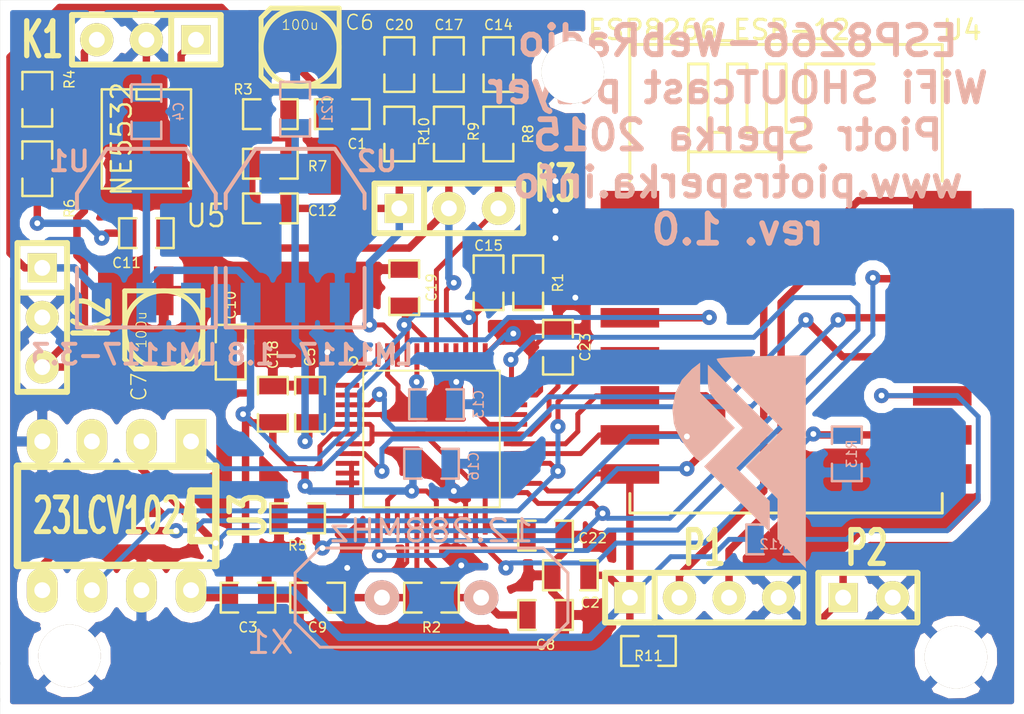
<source format=kicad_pcb>
(kicad_pcb (version 3) (host pcbnew "(2013-jul-07)-stable")
  (title_block (title "ESP8266 SHOUTcast player") (rev 1.0) (company "Piotr Sperka") (comment 1 "This is open-source and open-hardware project"))
  (layers (15 F.Cu signal) (0 B.Cu signal) (18 B.Paste user) (19 F.Paste user) (20 B.SilkS user hide) (21 F.SilkS user) (22 B.Mask user) (23 F.Mask user) (28 Edge.Cuts user))
  (net 0 "")
  (net 1 +1.8V)
  (net 2 +3.3V)
  (net 3 -6V)
  (net 4 GND)
  (net 5 MISO)
  (net 6 MOSI)
  (net 7 N-000001)
  (net 8 N-0000012)
  (net 9 N-0000013)
  (net 10 N-0000014)
  (net 11 N-0000015)
  (net 12 N-0000017)
  (net 13 N-000002)
  (net 14 N-0000020)
  (net 15 N-0000021)
  (net 16 N-0000022)
  (net 17 N-0000023)
  (net 18 N-0000024)
  (net 19 N-0000025)
  (net 20 N-0000026)
  (net 21 N-0000027)
  (net 22 N-0000028)
  (net 23 N-0000029)
  (net 24 N-000003)
  (net 25 N-0000030)
  (net 26 N-0000031)
  (net 27 N-0000032)
  (net 28 N-0000033)
  (net 29 N-000004)
  (net 30 N-000008)
  (net 31 N-000009)
  (net 32 SCK)
  (net 33 VCC)
  (module SOT223 (layer B.Cu) (at 29.718 27.178 180)
    (fp_text reference U2 (at -4.191 3.937 180) (layer B.SilkS) (effects (font (size 1.016 1.016) (thickness 0.2032)) (justify mirror)))
    (fp_text value LM1117-1.8 (at -1.27 -5.969 180) (layer B.SilkS) (effects (font (size 1.016 1.016) (thickness 0.2032)) (justify mirror)))
    (pad 4 smd rect (at 0 3.302 180) (size 3.6576 2.032) (layers B.Cu B.Paste B.Mask) (net 1 +1.8V))
    (pad 2 smd rect (at 0 -3.302 180) (size 1.016 2.032) (layers B.Cu B.Paste B.Mask) (net 1 +1.8V))
    (pad 3 smd rect (at 2.286 -3.302 180) (size 1.016 2.032) (layers B.Cu B.Paste B.Mask) (net 2 +3.3V))
    (pad 1 smd rect (at -2.286 -3.302 180) (size 1.016 2.032) (layers B.Cu B.Paste B.Mask) (net 4 GND))
  )
  (module SMD_elektrolit40 (layer F.Cu) (at 22.987 31.877 270)
    (fp_text reference C7 (at 2.921 1.27 270) (layer F.SilkS) (effects (font (size 0.762 0.762) (thickness 0.0762))))
    (fp_text value 100u (at 0 1.143 270) (layer F.SilkS) (effects (font (size 0.508 0.508) (thickness 0.0508))))
    (pad 1 smd rect (at 1.99898 0 270) (size 2.49936 1.00076) (layers F.Cu F.Paste F.Mask) (net 3 -6V))
    (pad 2 smd rect (at -1.99898 0 270) (size 2.49936 1.00076) (layers F.Cu F.Paste F.Mask) (net 4 GND))
  )
  (module SMD_elektrolit40 (layer F.Cu) (at 29.972 17.399 180)
    (fp_text reference C6 (at -3.048 1.27 180) (layer F.SilkS) (effects (font (size 0.762 0.762) (thickness 0.0762))))
    (fp_text value 100u (at 0 1.143 180) (layer F.SilkS) (effects (font (size 0.508 0.508) (thickness 0.0508))))
    (pad 1 smd rect (at 1.99898 0 180) (size 2.49936 1.00076) (layers F.Cu F.Paste F.Mask) (net 33 VCC))
    (pad 2 smd rect (at -1.99898 0 180) (size 2.49936 1.00076) (layers F.Cu F.Paste F.Mask) (net 4 GND))
  )
  (module SM0805 (layer F.Cu) (at 40.132 21.844 90)
    (fp_text reference R8 (at 0 1.524 90) (layer F.SilkS) (effects (font (size 0.508 0.508) (thickness 0.0762))))
    (fp_text value 10 hide)
    (pad 1 smd rect (at -0.9525 0 90) (size 0.889 1.397) (layers F.Cu F.Paste F.Mask) (net 17 N-0000023))
    (pad 2 smd rect (at 0.9525 0 90) (size 0.889 1.397) (layers F.Cu F.Paste F.Mask) (net 20 N-0000026))
  )
  (module SM0805 (layer F.Cu) (at 42.545 46.482 180)
    (fp_text reference C8 (at 0 -1.524 180) (layer F.SilkS) (effects (font (size 0.508 0.508) (thickness 0.0762))))
    (fp_text value 33p hide)
    (pad 1 smd rect (at -0.9525 0 180) (size 0.889 1.397) (layers F.Cu F.Paste F.Mask) (net 4 GND))
    (pad 2 smd rect (at 0.9525 0 180) (size 0.889 1.397) (layers F.Cu F.Paste F.Mask) (net 7 N-000001))
  )
  (module SM0805 (layer F.Cu) (at 37.592 21.844 90)
    (fp_text reference R9 (at 0.127 1.27 90) (layer F.SilkS) (effects (font (size 0.508 0.508) (thickness 0.0762))))
    (fp_text value 20 hide)
    (pad 1 smd rect (at -0.9525 0 90) (size 0.889 1.397) (layers F.Cu F.Paste F.Mask) (net 18 N-0000024))
    (pad 2 smd rect (at 0.9525 0 90) (size 0.889 1.397) (layers F.Cu F.Paste F.Mask) (net 16 N-0000022))
  )
  (module SM0805 (layer F.Cu) (at 35.052 21.844 90)
    (fp_text reference R10 (at 0.127 1.27 90) (layer F.SilkS) (effects (font (size 0.508 0.508) (thickness 0.0762))))
    (fp_text value 20 hide)
    (pad 1 smd rect (at -0.9525 0 90) (size 0.889 1.397) (layers F.Cu F.Paste F.Mask) (net 19 N-0000025))
    (pad 2 smd rect (at 0.9525 0 90) (size 0.889 1.397) (layers F.Cu F.Paste F.Mask) (net 21 N-0000027))
  )
  (module SM0805 (layer F.Cu) (at 37.592 18.288 90)
    (fp_text reference C17 (at 2.032 0 180) (layer F.SilkS) (effects (font (size 0.508 0.508) (thickness 0.0762))))
    (fp_text value 10n hide)
    (pad 1 smd rect (at -0.9525 0 90) (size 0.889 1.397) (layers F.Cu F.Paste F.Mask) (net 16 N-0000022))
    (pad 2 smd rect (at 0.9525 0 90) (size 0.889 1.397) (layers F.Cu F.Paste F.Mask) (net 4 GND))
  )
  (module SM0805 (layer B.Cu) (at 29.718 20.574 90)
    (fp_text reference C21 (at 0 1.651 90) (layer B.SilkS) (effects (font (size 0.508 0.508) (thickness 0.0762)) (justify mirror)))
    (fp_text value 100n hide)
    (pad 1 smd rect (at -0.9525 0 90) (size 0.889 1.397) (layers B.Cu B.Paste B.Mask) (net 1 +1.8V))
    (pad 2 smd rect (at 0.9525 0 90) (size 0.889 1.397) (layers B.Cu B.Paste B.Mask) (net 4 GND))
  )
  (module SM0805 (layer F.Cu) (at 27.305 45.593)
    (fp_text reference C3 (at 0 1.524) (layer F.SilkS) (effects (font (size 0.508 0.508) (thickness 0.0762))))
    (fp_text value 100n hide)
    (pad 1 smd rect (at -0.9525 0) (size 0.889 1.397) (layers F.Cu F.Paste F.Mask) (net 2 +3.3V))
    (pad 2 smd rect (at 0.9525 0) (size 0.889 1.397) (layers F.Cu F.Paste F.Mask) (net 4 GND))
  )
  (module SM0805 (layer F.Cu) (at 41.656 29.464 90)
    (fp_text reference R1 (at 0 1.524 90) (layer F.SilkS) (effects (font (size 0.508 0.508) (thickness 0.0762))))
    (fp_text value 10k hide)
    (pad 1 smd rect (at -0.9525 0 90) (size 0.889 1.397) (layers F.Cu F.Paste F.Mask) (net 2 +3.3V))
    (pad 2 smd rect (at 0.9525 0 90) (size 0.889 1.397) (layers F.Cu F.Paste F.Mask) (net 25 N-0000030))
  )
  (module SM0805 (layer F.Cu) (at 40.132 18.288 90)
    (fp_text reference C14 (at 2.032 0 180) (layer F.SilkS) (effects (font (size 0.508 0.508) (thickness 0.0762))))
    (fp_text value 47n hide)
    (pad 1 smd rect (at -0.9525 0 90) (size 0.889 1.397) (layers F.Cu F.Paste F.Mask) (net 20 N-0000026))
    (pad 2 smd rect (at 0.9525 0 90) (size 0.889 1.397) (layers F.Cu F.Paste F.Mask) (net 4 GND))
  )
  (module SM0805 (layer F.Cu) (at 16.51 20.066 90)
    (fp_text reference R4 (at 1.016 1.651 90) (layer F.SilkS) (effects (font (size 0.508 0.508) (thickness 0.0762))))
    (fp_text value 100k hide)
    (pad 1 smd rect (at -0.9525 0 90) (size 0.889 1.397) (layers F.Cu F.Paste F.Mask) (net 8 N-0000012))
    (pad 2 smd rect (at 0.9525 0 90) (size 0.889 1.397) (layers F.Cu F.Paste F.Mask) (net 11 N-0000015))
  )
  (module SM0805 (layer F.Cu) (at 16.51 23.622 270)
    (fp_text reference R6 (at 2.032 -1.651 270) (layer F.SilkS) (effects (font (size 0.508 0.508) (thickness 0.0762))))
    (fp_text value 100k hide)
    (pad 1 smd rect (at -0.9525 0 270) (size 0.889 1.397) (layers F.Cu F.Paste F.Mask) (net 8 N-0000012))
    (pad 2 smd rect (at 0.9525 0 270) (size 0.889 1.397) (layers F.Cu F.Paste F.Mask) (net 31 N-000009))
  )
  (module SM0805 (layer F.Cu) (at 26.416 33.02 90)
    (fp_text reference C10 (at 2.413 0 90) (layer F.SilkS) (effects (font (size 0.508 0.508) (thickness 0.0762))))
    (fp_text value 100n hide)
    (pad 1 smd rect (at -0.9525 0 90) (size 0.889 1.397) (layers F.Cu F.Paste F.Mask) (net 3 -6V))
    (pad 2 smd rect (at 0.9525 0 90) (size 0.889 1.397) (layers F.Cu F.Paste F.Mask) (net 4 GND))
  )
  (module SM0805 (layer F.Cu) (at 22.098 26.924)
    (fp_text reference C11 (at -1.016 1.524) (layer F.SilkS) (effects (font (size 0.508 0.508) (thickness 0.0762))))
    (fp_text value 1u hide)
    (pad 1 smd rect (at -0.9525 0) (size 0.889 1.397) (layers F.Cu F.Paste F.Mask) (net 31 N-000009))
    (pad 2 smd rect (at 0.9525 0) (size 0.889 1.397) (layers F.Cu F.Paste F.Mask) (net 18 N-0000024))
  )
  (module SM0805 (layer F.Cu) (at 28.448 25.654)
    (fp_text reference C12 (at 2.667 0.127) (layer F.SilkS) (effects (font (size 0.508 0.508) (thickness 0.0762))))
    (fp_text value 1u hide)
    (pad 1 smd rect (at -0.9525 0) (size 0.889 1.397) (layers F.Cu F.Paste F.Mask) (net 30 N-000008))
    (pad 2 smd rect (at 0.9525 0) (size 0.889 1.397) (layers F.Cu F.Paste F.Mask) (net 19 N-0000025))
  )
  (module SM0805 (layer B.Cu) (at 36.957 35.687)
    (fp_text reference C13 (at 2.159 0 90) (layer B.SilkS) (effects (font (size 0.508 0.508) (thickness 0.0762)) (justify mirror)))
    (fp_text value 1u hide)
    (pad 1 smd rect (at -0.9525 0) (size 0.889 1.397) (layers B.Cu B.Paste B.Mask) (net 29 N-000004))
    (pad 2 smd rect (at 0.9525 0) (size 0.889 1.397) (layers B.Cu B.Paste B.Mask) (net 4 GND))
  )
  (module SM0805 (layer F.Cu) (at 28.448 23.368 180)
    (fp_text reference R7 (at -2.413 -0.127 180) (layer F.SilkS) (effects (font (size 0.508 0.508) (thickness 0.0762))))
    (fp_text value 100k hide)
    (pad 1 smd rect (at -0.9525 0 180) (size 0.889 1.397) (layers F.Cu F.Paste F.Mask) (net 9 N-0000013))
    (pad 2 smd rect (at 0.9525 0 180) (size 0.889 1.397) (layers F.Cu F.Paste F.Mask) (net 30 N-000008))
  )
  (module SM0805 (layer F.Cu) (at 28.448 20.828)
    (fp_text reference R3 (at -1.397 -1.27) (layer F.SilkS) (effects (font (size 0.508 0.508) (thickness 0.0762))))
    (fp_text value 100k hide)
    (pad 1 smd rect (at -0.9525 0) (size 0.889 1.397) (layers F.Cu F.Paste F.Mask) (net 10 N-0000014))
    (pad 2 smd rect (at 0.9525 0) (size 0.889 1.397) (layers F.Cu F.Paste F.Mask) (net 9 N-0000013))
  )
  (module SM0805 (layer F.Cu) (at 32.131 20.828)
    (fp_text reference C1 (at 0.762 1.524) (layer F.SilkS) (effects (font (size 0.508 0.508) (thickness 0.0762))))
    (fp_text value 100n hide)
    (pad 1 smd rect (at -0.9525 0) (size 0.889 1.397) (layers F.Cu F.Paste F.Mask) (net 33 VCC))
    (pad 2 smd rect (at 0.9525 0) (size 0.889 1.397) (layers F.Cu F.Paste F.Mask) (net 4 GND))
  )
  (module SM0805 (layer F.Cu) (at 43.815 44.45 180)
    (fp_text reference C2 (at -1.016 -1.397 180) (layer F.SilkS) (effects (font (size 0.508 0.508) (thickness 0.0762))))
    (fp_text value 100n hide)
    (pad 1 smd rect (at -0.9525 0 180) (size 0.889 1.397) (layers F.Cu F.Paste F.Mask) (net 2 +3.3V))
    (pad 2 smd rect (at 0.9525 0 180) (size 0.889 1.397) (layers F.Cu F.Paste F.Mask) (net 4 GND))
  )
  (module SM0805 (layer B.Cu) (at 22.098 20.701 90)
    (fp_text reference C4 (at 0 1.651 90) (layer B.SilkS) (effects (font (size 0.508 0.508) (thickness 0.0762)) (justify mirror)))
    (fp_text value 100n hide)
    (pad 1 smd rect (at -0.9525 0 90) (size 0.889 1.397) (layers B.Cu B.Paste B.Mask) (net 2 +3.3V))
    (pad 2 smd rect (at 0.9525 0 90) (size 0.889 1.397) (layers B.Cu B.Paste B.Mask) (net 4 GND))
  )
  (module SM0805 (layer F.Cu) (at 30.48 35.687 90)
    (fp_text reference C5 (at 2.413 0 90) (layer F.SilkS) (effects (font (size 0.508 0.508) (thickness 0.0762))))
    (fp_text value 100n hide)
    (pad 1 smd rect (at -0.9525 0 90) (size 0.889 1.397) (layers F.Cu F.Paste F.Mask) (net 1 +1.8V))
    (pad 2 smd rect (at 0.9525 0 90) (size 0.889 1.397) (layers F.Cu F.Paste F.Mask) (net 4 GND))
  )
  (module SM0805 (layer F.Cu) (at 43.18 32.766 90)
    (fp_text reference C23 (at 0 1.397 90) (layer F.SilkS) (effects (font (size 0.508 0.508) (thickness 0.0762))))
    (fp_text value 100n hide)
    (pad 1 smd rect (at -0.9525 0 90) (size 0.889 1.397) (layers F.Cu F.Paste F.Mask) (net 1 +1.8V))
    (pad 2 smd rect (at 0.9525 0 90) (size 0.889 1.397) (layers F.Cu F.Paste F.Mask) (net 4 GND))
  )
  (module SM0805 (layer F.Cu) (at 35.306 29.718 270)
    (fp_text reference C19 (at 0 -1.397 270) (layer F.SilkS) (effects (font (size 0.508 0.508) (thickness 0.0762))))
    (fp_text value 100n hide)
    (pad 1 smd rect (at -0.9525 0 270) (size 0.889 1.397) (layers F.Cu F.Paste F.Mask) (net 4 GND))
    (pad 2 smd rect (at 0.9525 0 270) (size 0.889 1.397) (layers F.Cu F.Paste F.Mask) (net 2 +3.3V))
  )
  (module SM0805 (layer F.Cu) (at 28.575 35.687 270)
    (fp_text reference C18 (at -2.54 0 270) (layer F.SilkS) (effects (font (size 0.508 0.508) (thickness 0.0762))))
    (fp_text value 100n hide)
    (pad 1 smd rect (at -0.9525 0 270) (size 0.889 1.397) (layers F.Cu F.Paste F.Mask) (net 4 GND))
    (pad 2 smd rect (at 0.9525 0 270) (size 0.889 1.397) (layers F.Cu F.Paste F.Mask) (net 2 +3.3V))
  )
  (module SM0805 (layer F.Cu) (at 42.545 42.418)
    (fp_text reference C22 (at 2.413 0.127) (layer F.SilkS) (effects (font (size 0.508 0.508) (thickness 0.0762))))
    (fp_text value 100n hide)
    (pad 1 smd rect (at -0.9525 0) (size 0.889 1.397) (layers F.Cu F.Paste F.Mask) (net 1 +1.8V))
    (pad 2 smd rect (at 0.9525 0) (size 0.889 1.397) (layers F.Cu F.Paste F.Mask) (net 4 GND))
  )
  (module SM0805 (layer F.Cu) (at 35.052 18.288 90)
    (fp_text reference C20 (at 2.032 0 180) (layer F.SilkS) (effects (font (size 0.508 0.508) (thickness 0.0762))))
    (fp_text value 10n hide)
    (pad 1 smd rect (at -0.9525 0 90) (size 0.889 1.397) (layers F.Cu F.Paste F.Mask) (net 21 N-0000027))
    (pad 2 smd rect (at 0.9525 0 90) (size 0.889 1.397) (layers F.Cu F.Paste F.Mask) (net 4 GND))
  )
  (module SM0805 (layer F.Cu) (at 29.845 41.529 180)
    (fp_text reference R5 (at 0 -1.397 180) (layer F.SilkS) (effects (font (size 0.508 0.508) (thickness 0.0762))))
    (fp_text value 100k hide)
    (pad 1 smd rect (at -0.9525 0 180) (size 0.889 1.397) (layers F.Cu F.Paste F.Mask) (net 24 N-000003))
    (pad 2 smd rect (at 0.9525 0 180) (size 0.889 1.397) (layers F.Cu F.Paste F.Mask) (net 4 GND))
  )
  (module SM0805 (layer B.Cu) (at 36.703 38.735 180)
    (fp_text reference C16 (at -2.159 -0.127 270) (layer B.SilkS) (effects (font (size 0.508 0.508) (thickness 0.0762)) (justify mirror)))
    (fp_text value 100n hide)
    (pad 1 smd rect (at -0.9525 0 180) (size 0.889 1.397) (layers B.Cu B.Paste B.Mask) (net 4 GND))
    (pad 2 smd rect (at 0.9525 0 180) (size 0.889 1.397) (layers B.Cu B.Paste B.Mask) (net 2 +3.3V))
  )
  (module SM0805 (layer F.Cu) (at 39.624 29.464 270)
    (fp_text reference C15 (at -1.905 0 360) (layer F.SilkS) (effects (font (size 0.508 0.508) (thickness 0.0762))))
    (fp_text value 100n hide)
    (pad 1 smd rect (at -0.9525 0 270) (size 0.889 1.397) (layers F.Cu F.Paste F.Mask) (net 4 GND))
    (pad 2 smd rect (at 0.9525 0 270) (size 0.889 1.397) (layers F.Cu F.Paste F.Mask) (net 2 +3.3V))
  )
  (module SM0805 (layer F.Cu) (at 36.703 45.593 180)
    (fp_text reference R2 (at 0 -1.524 180) (layer F.SilkS) (effects (font (size 0.508 0.508) (thickness 0.0762))))
    (fp_text value 1M hide)
    (pad 1 smd rect (at -0.9525 0 180) (size 0.889 1.397) (layers F.Cu F.Paste F.Mask) (net 7 N-000001))
    (pad 2 smd rect (at 0.9525 0 180) (size 0.889 1.397) (layers F.Cu F.Paste F.Mask) (net 13 N-000002))
  )
  (module SM0805 (layer F.Cu) (at 30.861 45.593)
    (fp_text reference C9 (at 0 1.524) (layer F.SilkS) (effects (font (size 0.508 0.508) (thickness 0.0762))))
    (fp_text value 33p hide)
    (pad 1 smd rect (at -0.9525 0) (size 0.889 1.397) (layers F.Cu F.Paste F.Mask) (net 4 GND))
    (pad 2 smd rect (at 0.9525 0) (size 0.889 1.397) (layers F.Cu F.Paste F.Mask) (net 13 N-000002))
  )
  (module SIL-4 (layer F.Cu) (at 50.673 45.593)
    (fp_text reference P1 (at 0 -2.54) (layer F.SilkS) (effects (font (size 1.73482 1.08712) (thickness 0.3048))))
    (fp_text value UART hide)
    (pad 1 thru_hole rect (at -3.81 0) (size 1.6002 1.6002) (drill 0.8128) (layers *.Cu *.Mask F.SilkS) (net 2 +3.3V))
    (pad 2 thru_hole circle (at -1.27 0) (size 1.69926 1.69926) (drill 0.8128) (layers *.Cu *.Mask F.SilkS) (net 14 N-0000020))
    (pad 3 thru_hole circle (at 1.27 0) (size 1.69926 1.69926) (drill 0.8128) (layers *.Cu *.Mask F.SilkS) (net 15 N-0000021))
    (pad 4 thru_hole circle (at 3.81 0) (size 1.69926 1.69926) (drill 0.8128) (layers *.Cu *.Mask F.SilkS) (net 4 GND))
  )
  (module SIL-3 (layer F.Cu) (at 22.098 17.018 180)
    (fp_text reference K1 (at 5.334 0 180) (layer F.SilkS) (effects (font (size 1.7907 1.07696) (thickness 0.3048))))
    (fp_text value AUDIO hide)
    (pad 1 thru_hole rect (at -2.54 0 180) (size 1.50114 1.50114) (drill 0.8128) (layers *.Cu *.Mask F.SilkS) (net 10 N-0000014))
    (pad 2 thru_hole circle (at 0 0 180) (size 1.69926 1.69926) (drill 0.8128) (layers *.Cu *.Mask F.SilkS) (net 4 GND))
    (pad 3 thru_hole circle (at 2.54 0 180) (size 1.69926 1.69926) (drill 0.8128) (layers *.Cu *.Mask F.SilkS) (net 11 N-0000015))
  )
  (module SIL-3 (layer F.Cu) (at 37.592 25.654)
    (fp_text reference K3 (at 5.461 -1.27) (layer F.SilkS) (effects (font (size 1.7907 1.07696) (thickness 0.3048))))
    (fp_text value EARPHONES hide)
    (pad 1 thru_hole rect (at -2.54 0) (size 1.50114 1.50114) (drill 0.8128) (layers *.Cu *.Mask F.SilkS) (net 19 N-0000025))
    (pad 2 thru_hole circle (at 0 0) (size 1.69926 1.69926) (drill 0.8128) (layers *.Cu *.Mask F.SilkS) (net 18 N-0000024))
    (pad 3 thru_hole circle (at 2.54 0) (size 1.69926 1.69926) (drill 0.8128) (layers *.Cu *.Mask F.SilkS) (net 17 N-0000023))
  )
  (module SIL-3 (layer F.Cu) (at 16.764 31.242 270)
    (fp_text reference K2 (at 0 -2.54 270) (layer F.SilkS) (effects (font (size 1.7907 1.07696) (thickness 0.3048))))
    (fp_text value POWER hide)
    (pad 1 thru_hole rect (at -2.54 0 270) (size 1.50114 1.50114) (drill 0.8128) (layers *.Cu *.Mask F.SilkS) (net 33 VCC))
    (pad 2 thru_hole circle (at 0 0 270) (size 1.69926 1.69926) (drill 0.8128) (layers *.Cu *.Mask F.SilkS) (net 4 GND))
    (pad 3 thru_hole circle (at 2.54 0 270) (size 1.69926 1.69926) (drill 0.8128) (layers *.Cu *.Mask F.SilkS) (net 3 -6V))
  )
  (module SIL-2 (layer F.Cu) (at 59.055 45.593)
    (fp_text reference P2 (at -0.0635 -2.54) (layer F.SilkS) (effects (font (size 1.72974 1.08712) (thickness 0.3048))))
    (fp_text value PROG hide)
    (pad 1 thru_hole rect (at -1.27 0) (size 1.50114 1.50114) (drill 0.8128) (layers *.Cu *.Mask F.SilkS) (net 23 N-0000029))
    (pad 2 thru_hole circle (at 1.27 0) (size 1.69926 1.69926) (drill 0.8128) (layers *.Cu *.Mask F.SilkS) (net 4 GND))
  )
  (module HC-18UV (layer B.Cu) (at 36.703 45.593)
    (fp_text reference X1 (at -8.255 2.286) (layer B.SilkS) (effects (font (size 1.143 1.27) (thickness 0.1524)) (justify mirror)))
    (fp_text value 12.288MHz (at 0 -3.429) (layer B.SilkS) (effects (font (size 1.143 1.27) (thickness 0.1524)) (justify mirror)))
    (pad 1 thru_hole circle (at -2.54 0) (size 1.778 1.778) (drill 0.8128) (layers *.Cu *.Mask B.SilkS) (net 13 N-000002))
    (pad 2 thru_hole circle (at 2.54 0) (size 1.778 1.778) (drill 0.8128) (layers *.Cu *.Mask B.SilkS) (net 7 N-000001))
  )
  (module SO8N (layer F.Cu) (at 22.098 22.098 270)
    (fp_text reference U5 (at 3.937 -3.048 360) (layer F.SilkS) (effects (font (size 1.143 1.016) (thickness 0.127))))
    (fp_text value NE5532 (at 0 1.27 270) (layer F.SilkS) (effects (font (size 1.016 1.016) (thickness 0.127))))
    (pad 8 smd rect (at -1.905 -3.175 270) (size 0.508 1.143) (layers F.Cu F.Paste F.Mask) (net 33 VCC))
    (pad 7 smd rect (at -0.635 -3.175 270) (size 0.508 1.143) (layers F.Cu F.Paste F.Mask) (net 10 N-0000014))
    (pad 6 smd rect (at 0.635 -3.175 270) (size 0.508 1.143) (layers F.Cu F.Paste F.Mask) (net 9 N-0000013))
    (pad 5 smd rect (at 1.905 -3.175 270) (size 0.508 1.143) (layers F.Cu F.Paste F.Mask) (net 4 GND))
    (pad 4 smd rect (at 1.905 3.175 270) (size 0.508 1.143) (layers F.Cu F.Paste F.Mask) (net 3 -6V))
    (pad 3 smd rect (at 0.635 3.175 270) (size 0.508 1.143) (layers F.Cu F.Paste F.Mask) (net 4 GND))
    (pad 2 smd rect (at -0.635 3.175 270) (size 0.508 1.143) (layers F.Cu F.Paste F.Mask) (net 8 N-0000012))
    (pad 1 smd rect (at -1.905 3.175 270) (size 0.508 1.143) (layers F.Cu F.Paste F.Mask) (net 11 N-0000015))
  )
  (module ESP-12 (layer F.Cu) (at 54.864 32.258)
    (fp_text reference U4 (at 9.017 -15.748) (layer F.SilkS))
    (fp_text value ESP8266_ESP-12 (at -3.429 -15.748) (layer F.SilkS))
    (pad 1 smd rect (at -8 -7) (size 3 1) (layers F.Cu F.Paste F.Mask))
    (pad 2 smd rect (at -8 -5) (size 3 1) (layers F.Cu F.Paste F.Mask))
    (pad 3 smd rect (at -8 -3) (size 3 1) (layers F.Cu F.Paste F.Mask) (net 25 N-0000030))
    (pad 4 smd rect (at -8 -1) (size 3 1) (layers F.Cu F.Paste F.Mask) (net 22 N-0000028))
    (pad 5 smd rect (at -8 1) (size 3 1) (layers F.Cu F.Paste F.Mask) (net 32 SCK))
    (pad 6 smd rect (at -8 3) (size 3 1) (layers F.Cu F.Paste F.Mask) (net 5 MISO))
    (pad 7 smd rect (at -8 5) (size 3 1) (layers F.Cu F.Paste F.Mask) (net 6 MOSI))
    (pad 8 smd rect (at -8 7) (size 3 1) (layers F.Cu F.Paste F.Mask) (net 2 +3.3V))
    (pad 9 smd rect (at 8 7) (size 3 1) (layers F.Cu F.Paste F.Mask) (net 4 GND))
    (pad 10 smd rect (at 8 5) (size 3 1) (layers F.Cu F.Paste F.Mask) (net 26 N-0000031))
    (pad 11 smd rect (at 8 3) (size 3 1) (layers F.Cu F.Paste F.Mask) (net 12 N-0000017))
    (pad 12 smd rect (at 8 1) (size 3 1) (layers F.Cu F.Paste F.Mask) (net 23 N-0000029))
    (pad 13 smd rect (at 8 -1) (size 3 1) (layers F.Cu F.Paste F.Mask) (net 28 N-0000033))
    (pad 14 smd rect (at 8 -3) (size 3 1) (layers F.Cu F.Paste F.Mask) (net 27 N-0000032))
    (pad 15 smd rect (at 8 -5) (size 3 1) (layers F.Cu F.Paste F.Mask) (net 15 N-0000021))
    (pad 16 smd rect (at 8 -7) (size 3 1) (layers F.Cu F.Paste F.Mask) (net 14 N-0000020))
  )
  (module SOT223 (layer B.Cu) (at 22.098 27.178 180)
    (fp_text reference U1 (at 3.937 3.937 180) (layer B.SilkS) (effects (font (size 1.016 1.016) (thickness 0.2032)) (justify mirror)))
    (fp_text value LM1117-3.3 (at 1.143 -5.969 180) (layer B.SilkS) (effects (font (size 1.016 1.016) (thickness 0.2032)) (justify mirror)))
    (pad 4 smd rect (at 0 3.302 180) (size 3.6576 2.032) (layers B.Cu B.Paste B.Mask) (net 2 +3.3V))
    (pad 2 smd rect (at 0 -3.302 180) (size 1.016 2.032) (layers B.Cu B.Paste B.Mask) (net 2 +3.3V))
    (pad 3 smd rect (at 2.286 -3.302 180) (size 1.016 2.032) (layers B.Cu B.Paste B.Mask) (net 33 VCC))
    (pad 1 smd rect (at -2.286 -3.302 180) (size 1.016 2.032) (layers B.Cu B.Paste B.Mask) (net 4 GND))
  )
  (module DIP-8__300_ELL (layer F.Cu) (at 20.574 41.402 180)
    (fp_text reference U3 (at -6.731 0 270) (layer F.SilkS) (effects (font (size 1.778 1.143) (thickness 0.3048))))
    (fp_text value 23LCV1024 (at 0 0 180) (layer F.SilkS) (effects (font (size 1.778 1.016) (thickness 0.3048))))
    (pad 1 thru_hole rect (at -3.81 3.81 180) (size 1.5748 2.286) (drill 0.8128) (layers *.Cu *.Mask F.SilkS) (net 22 N-0000028))
    (pad 2 thru_hole oval (at -1.27 3.81 180) (size 1.5748 2.286) (drill 0.8128) (layers *.Cu *.Mask F.SilkS) (net 5 MISO))
    (pad 3 thru_hole oval (at 1.27 3.81 180) (size 1.5748 2.286) (drill 0.8128) (layers *.Cu *.Mask F.SilkS))
    (pad 4 thru_hole oval (at 3.81 3.81 180) (size 1.5748 2.286) (drill 0.8128) (layers *.Cu *.Mask F.SilkS) (net 4 GND))
    (pad 5 thru_hole oval (at 3.81 -3.81 180) (size 1.5748 2.286) (drill 0.8128) (layers *.Cu *.Mask F.SilkS) (net 6 MOSI))
    (pad 6 thru_hole oval (at 1.27 -3.81 180) (size 1.5748 2.286) (drill 0.8128) (layers *.Cu *.Mask F.SilkS) (net 32 SCK))
    (pad 7 thru_hole oval (at -1.27 -3.81 180) (size 1.5748 2.286) (drill 0.8128) (layers *.Cu *.Mask F.SilkS) (net 4 GND))
    (pad 8 thru_hole oval (at -3.81 -3.81 180) (size 1.5748 2.286) (drill 0.8128) (layers *.Cu *.Mask F.SilkS) (net 2 +3.3V))
  )
  (module Logo (layer F.Cu) (at 52.578 38.608)
    (fp_text reference VAL hide)
    (fp_text value REF hide)
  )
  (module 1pin (layer F.Cu) (at 63.5635 48.641)
    (fp_text reference "" (at 0 -2.667) (layer F.SilkS) (effects (font (size 1.016 1.016) (thickness 0.254))))
    (fp_text value P*** hide)
    (pad 1 thru_hole circle (at 0 0) (size 3.2 3.2) (drill 3.2) (layers *.Cu *.Mask F.SilkS) (net 4 GND))
  )
  (module 1pin (layer F.Cu) (at 18.161 48.5775)
    (fp_text reference 1PIN hide)
    (fp_text value P*** hide)
    (pad 1 thru_hole circle (at 0 0) (size 3.2 3.2) (drill 3.2) (layers *.Cu *.Mask F.SilkS) (net 4 GND))
  )
  (module 1pin (layer F.Cu) (at 43.942 18.669)
    (fp_text reference 1PIN hide)
    (fp_text value P*** hide)
    (pad 1 thru_hole circle (at 0 0) (size 3.2 3.2) (drill 3.2) (layers *.Cu *.Mask F.SilkS) (net 4 GND))
  )
  (module LQFP48 (layer F.Cu) (at 36.703 37.465)
    (fp_text reference U6)
    (fp_text value VS1053 hide)
    (pad 12 smd rect (at -4.3 2.75) (size 1.2 0.24892) (layers F.Cu F.Paste F.Mask) (net 24 N-000003))
    (pad 11 smd rect (at -4.3 2.25) (size 1.2 0.25146) (layers F.Cu F.Paste F.Mask) (net 24 N-000003))
    (pad 10 smd rect (at -4.3 1.75) (size 1.2 0.25146) (layers F.Cu F.Paste F.Mask) (net 24 N-000003))
    (pad 9 smd rect (at -4.3 1.25) (size 1.2 0.25146) (layers F.Cu F.Paste F.Mask) (net 24 N-000003))
    (pad 8 smd rect (at -4.3 0.75) (size 1.2 0.24892) (layers F.Cu F.Paste F.Mask) (net 28 N-0000033))
    (pad 7 smd rect (at -4.3 0.25) (size 1.2 0.24892) (layers F.Cu F.Paste F.Mask) (net 1 +1.8V))
    (pad 6 smd rect (at -4.3 -0.25) (size 1.2 0.24892) (layers F.Cu F.Paste F.Mask) (net 2 +3.3V))
    (pad 5 smd rect (at -4.3 -0.75) (size 1.2 0.24892) (layers F.Cu F.Paste F.Mask) (net 1 +1.8V))
    (pad 4 smd rect (at -4.3 -1.25) (size 1.2 0.25146) (layers F.Cu F.Paste F.Mask) (net 4 GND))
    (pad 3 smd rect (at -4.3 -1.75) (size 1.2 0.25146) (layers F.Cu F.Paste F.Mask) (net 23 N-0000029))
    (pad 2 smd rect (at -4.3 -2.25) (size 1.2 0.25146) (layers F.Cu F.Paste F.Mask))
    (pad 1 smd rect (at -4.3 -2.75) (size 1.2 0.24892) (layers F.Cu F.Paste F.Mask))
    (pad 48 smd rect (at -2.75 -4.3) (size 0.24892 1.2) (layers F.Cu F.Paste F.Mask))
    (pad 47 smd rect (at -2.25 -4.3) (size 0.25146 1.2) (layers F.Cu F.Paste F.Mask) (net 4 GND))
    (pad 46 smd rect (at -1.75 -4.3) (size 0.25146 1.2) (layers F.Cu F.Paste F.Mask) (net 19 N-0000025))
    (pad 45 smd rect (at -1.25 -4.3) (size 0.25146 1.2) (layers F.Cu F.Paste F.Mask) (net 2 +3.3V))
    (pad 44 smd rect (at -0.75 -4.3) (size 0.24892 1.2) (layers F.Cu F.Paste F.Mask) (net 29 N-000004))
    (pad 43 smd rect (at -0.25 -4.3) (size 0.24892 1.2) (layers F.Cu F.Paste F.Mask) (net 2 +3.3V))
    (pad 42 smd rect (at 0.25 -4.3) (size 0.24892 1.2) (layers F.Cu F.Paste F.Mask) (net 17 N-0000023))
    (pad 41 smd rect (at 0.75 -4.3) (size 0.24892 1.2) (layers F.Cu F.Paste F.Mask) (net 4 GND))
    (pad 40 smd rect (at 1.25 -4.3) (size 0.25146 1.2) (layers F.Cu F.Paste F.Mask) (net 4 GND))
    (pad 39 smd rect (at 1.75 -4.3) (size 0.25146 1.2) (layers F.Cu F.Paste F.Mask) (net 18 N-0000024))
    (pad 38 smd rect (at 2.25 -4.3) (size 0.25146 1.2) (layers F.Cu F.Paste F.Mask) (net 2 +3.3V))
    (pad 37 smd rect (at 2.75 -4.3) (size 0.24892 1.2) (layers F.Cu F.Paste F.Mask) (net 4 GND))
    (pad 25 smd rect (at 4.3 2.75) (size 1.2 0.24892) (layers F.Cu F.Paste F.Mask) (net 24 N-000003))
    (pad 26 smd rect (at 4.3 2.275) (size 1.2 0.25146) (layers F.Cu F.Paste F.Mask) (net 2 +3.3V))
    (pad 27 smd rect (at 4.3 1.75) (size 1.2 0.25146) (layers F.Cu F.Paste F.Mask))
    (pad 28 smd rect (at 4.3 1.25) (size 1.2 0.25146) (layers F.Cu F.Paste F.Mask) (net 32 SCK))
    (pad 29 smd rect (at 4.3 0.75) (size 1.2 0.24892) (layers F.Cu F.Paste F.Mask) (net 6 MOSI))
    (pad 30 smd rect (at 4.3 0.25) (size 1.2 0.24892) (layers F.Cu F.Paste F.Mask) (net 5 MISO))
    (pad 31 smd rect (at 4.3 -0.25) (size 1.2 0.24892) (layers F.Cu F.Paste F.Mask) (net 1 +1.8V))
    (pad 32 smd rect (at 4.3 -0.75) (size 1.2 0.24892) (layers F.Cu F.Paste F.Mask) (net 2 +3.3V))
    (pad 33 smd rect (at 4.3 -1.25) (size 1.2 0.25146) (layers F.Cu F.Paste F.Mask) (net 24 N-000003))
    (pad 34 smd rect (at 4.3 -1.75) (size 1.2 0.25146) (layers F.Cu F.Paste F.Mask) (net 24 N-000003))
    (pad 35 smd rect (at 4.3 -2.25) (size 1.2 0.25146) (layers F.Cu F.Paste F.Mask) (net 4 GND))
    (pad 36 smd rect (at 4.3 -2.75) (size 1.2 0.24892) (layers F.Cu F.Paste F.Mask) (net 24 N-000003))
    (pad 13 smd rect (at -2.75 4.3) (size 0.24892 1.2) (layers F.Cu F.Paste F.Mask) (net 27 N-0000032))
    (pad 14 smd rect (at -2.25 4.3) (size 0.25146 1.2) (layers F.Cu F.Paste F.Mask) (net 2 +3.3V))
    (pad 15 smd rect (at -1.75 4.3) (size 0.25146 1.2) (layers F.Cu F.Paste F.Mask))
    (pad 16 smd rect (at -1.25 4.3) (size 0.25146 1.2) (layers F.Cu F.Paste F.Mask) (net 4 GND))
    (pad 17 smd rect (at -0.75 4.3) (size 0.24892 1.2) (layers F.Cu F.Paste F.Mask) (net 13 N-000002))
    (pad 18 smd rect (at -0.25 4.3) (size 0.24892 1.2) (layers F.Cu F.Paste F.Mask) (net 7 N-000001))
    (pad 19 smd rect (at 0.25 4.3) (size 0.24892 1.2) (layers F.Cu F.Paste F.Mask) (net 2 +3.3V))
    (pad 20 smd rect (at 0.75 4.3) (size 0.24892 1.2) (layers F.Cu F.Paste F.Mask) (net 4 GND))
    (pad 21 smd rect (at 1.25 4.3) (size 0.25146 1.2) (layers F.Cu F.Paste F.Mask) (net 4 GND))
    (pad 22 smd rect (at 1.75 4.3) (size 0.25146 1.2) (layers F.Cu F.Paste F.Mask) (net 4 GND))
    (pad 23 smd rect (at 2.25 4.3) (size 0.25146 1.2) (layers F.Cu F.Paste F.Mask) (net 26 N-0000031))
    (pad 24 smd rect (at 2.75 4.3) (size 0.24892 1.2) (layers F.Cu F.Paste F.Mask) (net 1 +1.8V))
  )
  (module SM0805 (layer B.Cu) (at 54.229 42.6085)
    (fp_text reference R12 (at 0 0.254) (layer B.SilkS) (effects (font (size 0.508 0.508) (thickness 0.0762)) (justify mirror)))
    (fp_text value 10k hide)
    (pad 1 smd rect (at -0.9525 0) (size 0.889 1.397) (layers B.Cu B.Paste B.Mask) (net 2 +3.3V))
    (pad 2 smd rect (at 0.9525 0) (size 0.889 1.397) (layers B.Cu B.Paste B.Mask) (net 12 N-0000017))
  )
  (module SM0805 (layer B.Cu) (at 57.9755 38.227 90)
    (fp_text reference R13 (at 0 0.254 90) (layer B.SilkS) (effects (font (size 0.508 0.508) (thickness 0.0762)) (justify mirror)))
    (fp_text value 10k hide)
    (pad 1 smd rect (at -0.9525 0 90) (size 0.889 1.397) (layers B.Cu B.Paste B.Mask) (net 4 GND))
    (pad 2 smd rect (at 0.9525 0 90) (size 0.889 1.397) (layers B.Cu B.Paste B.Mask) (net 26 N-0000031))
  )
  (module SM0805 (layer F.Cu) (at 47.8155 48.3235 180)
    (fp_text reference R11 (at 0 -0.254 180) (layer F.SilkS) (effects (font (size 0.508 0.508) (thickness 0.0762))))
    (fp_text value 10k hide)
    (pad 1 smd rect (at -0.9525 0 180) (size 0.889 1.397) (layers F.Cu F.Paste F.Mask) (net 23 N-0000029))
    (pad 2 smd rect (at 0.9525 0 180) (size 0.889 1.397) (layers F.Cu F.Paste F.Mask) (net 2 +3.3V))
  )
  (gr_line (start 14.605 51.562) (end 14.605 50.7365) (angle 90) (layer Edge.Cuts) (width 0.01))
  (gr_line (start 67.056 51.562) (end 67.056 50.4825) (angle 90) (layer Edge.Cuts) (width 0.01))
  (gr_line (start 14.605 51.562) (end 67.056 51.562) (angle 90) (layer Edge.Cuts) (width 0.01))
  (gr_line (start 67.056 50.927) (end 67.056 48.7045) (angle 90) (layer Edge.Cuts) (width 0.01))
  (gr_line (start 14.605 48.895) (end 14.605 50.927) (angle 90) (layer Edge.Cuts) (width 0.01))
  (gr_text "ESP8266-WebRadio\nWiFi SHOUTcast player\nPiotr Sperka 2015\nwww.piotrsperka.info\nrev. 1.0" (at 52.3875 21.9075) (layer B.SilkS) (effects (font (size 1.5 1.5) (thickness 0.3)) (justify mirror)))
  (gr_line (start 14.859 14.986) (end 14.605 14.986) (angle 90) (layer Edge.Cuts) (width 0.01))
  (gr_line (start 14.605 49.022) (end 14.605 14.986) (angle 90) (layer Edge.Cuts) (width 0.01))
  (gr_line (start 67.056 14.986) (end 67.056 49.022) (angle 90) (layer Edge.Cuts) (width 0.01))
  (gr_line (start 14.859 14.986) (end 67.056 14.986) (angle 90) (layer Edge.Cuts) (width 0.01))
  (segment (start 39.45128 40.9575) (end 39.45128 41.76328) (width 0.254) (layer F.Cu) (net 1))
  (segment (start 39.45128 41.76328) (end 40.106 42.418) (width 0.254) (layer F.Cu) (net 1))
  (segment (start 40.106 42.418) (end 41.5925 42.418) (width 0.254) (layer F.Cu) (net 1))
  (segment (start 39.45128 40.9575) (end 39.45128 40.34028) (width 0.254) (layer F.Cu) (net 1))
  (segment (start 35.941 37.211) (end 35.941 37.21608) (width 0.254) (layer F.Cu) (net 1))
  (segment (start 36.322 37.211) (end 35.941 37.211) (width 0.254) (layer F.Cu) (net 1))
  (segment (start 39.45128 40.34028) (end 36.322 37.211) (width 0.254) (layer F.Cu) (net 1))
  (segment (start 41.656 37.21608) (end 41.77792 37.21608) (width 0.254) (layer F.Cu) (net 1))
  (segment (start 41.77792 37.21608) (end 42.722798 36.271202) (width 0.254) (layer F.Cu) (net 1))
  (segment (start 42.722798 36.271202) (end 42.722798 35.255202) (width 0.254) (layer F.Cu) (net 1))
  (segment (start 42.722798 35.255202) (end 43.18 34.798) (width 0.254) (layer F.Cu) (net 1))
  (segment (start 43.18 34.798) (end 43.18 33.7185) (width 0.254) (layer F.Cu) (net 1))
  (segment (start 40.80002 37.21608) (end 41.656 37.21608) (width 0.254) (layer F.Cu) (net 1))
  (segment (start 41.656 37.21608) (end 41.77792 37.21608) (width 0.254) (layer F.Cu) (net 1))
  (segment (start 40.80002 37.21608) (end 38.48608 37.21608) (width 0.254) (layer F.Cu) (net 1))
  (segment (start 38.48608 37.21608) (end 35.941 37.21608) (width 0.254) (layer F.Cu) (net 1))
  (segment (start 29.718 21.5265) (end 29.718 23.876) (width 0.381) (layer B.Cu) (net 1))
  (segment (start 29.718 30.48) (end 29.718 32.385) (width 0.381) (layer B.Cu) (net 1))
  (segment (start 29.718 32.385) (end 30.226 32.893) (width 0.381) (layer B.Cu) (net 1))
  (segment (start 30.226 32.893) (end 30.226 37.592) (width 0.381) (layer B.Cu) (net 1))
  (via (at 30.226 37.592) (size 0.775) (layers F.Cu B.Cu) (net 1))
  (segment (start 30.226 37.592) (end 30.48 37.338) (width 0.254) (layer F.Cu) (net 1))
  (segment (start 30.48 37.338) (end 30.48 36.6395) (width 0.254) (layer F.Cu) (net 1))
  (segment (start 29.718 23.876) (end 29.718 30.48) (width 0.381) (layer B.Cu) (net 1))
  (segment (start 32.60598 36.7157) (end 33.5407 36.7157) (width 0.254) (layer F.Cu) (net 1))
  (segment (start 33.655 36.83) (end 33.655 37.21608) (width 0.254) (layer F.Cu) (net 1))
  (segment (start 33.5407 36.7157) (end 33.655 36.83) (width 0.254) (layer F.Cu) (net 1))
  (segment (start 32.60598 36.7157) (end 30.5562 36.7157) (width 0.254) (layer F.Cu) (net 1))
  (segment (start 30.5562 36.7157) (end 30.48 36.6395) (width 0.254) (layer F.Cu) (net 1))
  (segment (start 35.941 37.21608) (end 33.655 37.21608) (width 0.254) (layer F.Cu) (net 1))
  (segment (start 33.655 37.21608) (end 33.655 37.211) (width 0.254) (layer F.Cu) (net 1))
  (segment (start 33.655 37.592) (end 33.53308 37.71392) (width 0.254) (layer F.Cu) (net 1))
  (segment (start 33.655 37.211) (end 33.655 37.592) (width 0.254) (layer F.Cu) (net 1))
  (segment (start 33.53308 37.71392) (end 32.60598 37.71392) (width 0.254) (layer F.Cu) (net 1))
  (segment (start 53.2765 42.6085) (end 51.943 42.6085) (width 0.254) (layer B.Cu) (net 2))
  (segment (start 48.9585 43.4975) (end 46.863 45.593) (width 0.254) (layer B.Cu) (net 2))
  (segment (start 51.054 43.4975) (end 48.9585 43.4975) (width 0.254) (layer B.Cu) (net 2))
  (segment (start 51.943 42.6085) (end 51.054 43.4975) (width 0.254) (layer B.Cu) (net 2))
  (segment (start 46.863 48.3235) (end 46.863 45.593) (width 0.381) (layer F.Cu) (net 2))
  (segment (start 30.734 38.989) (end 30.988 38.735) (width 0.254) (layer F.Cu) (net 2))
  (segment (start 32.403 37.215) (end 31.619 37.215) (width 0.254) (layer F.Cu) (net 2))
  (segment (start 31.619 37.215) (end 30.988 37.846) (width 0.254) (layer F.Cu) (net 2))
  (segment (start 30.988 37.846) (end 30.988 38.735) (width 0.254) (layer F.Cu) (net 2))
  (segment (start 41.003 39.74) (end 42.28 39.74) (width 0.254) (layer F.Cu) (net 2))
  (segment (start 42.28 39.74) (end 42.3545 39.8145) (width 0.254) (layer F.Cu) (net 2))
  (segment (start 35.306 31.623) (end 35.306 32.004) (width 0.254) (layer B.Cu) (net 2))
  (segment (start 29.337 38.481) (end 27.051 36.195) (width 0.254) (layer B.Cu) (net 2))
  (segment (start 30.914998 38.481) (end 29.337 38.481) (width 0.254) (layer B.Cu) (net 2))
  (segment (start 32.385 37.010998) (end 30.914998 38.481) (width 0.254) (layer B.Cu) (net 2))
  (segment (start 32.385 34.925) (end 32.385 37.010998) (width 0.254) (layer B.Cu) (net 2))
  (segment (start 35.306 32.004) (end 32.385 34.925) (width 0.254) (layer B.Cu) (net 2))
  (segment (start 38.481 31.115) (end 35.814 31.115) (width 0.254) (layer B.Cu) (net 2))
  (segment (start 38.608 31.242) (end 38.481 31.115) (width 0.254) (layer B.Cu) (net 2))
  (via (at 38.608 31.242) (size 0.775) (layers F.Cu B.Cu) (net 2))
  (segment (start 39.4335 30.4165) (end 38.608 31.242) (width 0.254) (layer F.Cu) (net 2))
  (segment (start 39.624 30.4165) (end 39.4335 30.4165) (width 0.254) (layer F.Cu) (net 2))
  (segment (start 35.814 31.115) (end 35.941 31.115) (width 0.254) (layer B.Cu) (net 2))
  (segment (start 35.306 31.623) (end 35.814 31.115) (width 0.254) (layer B.Cu) (net 2))
  (via (at 35.306 31.623) (size 0.775) (layers F.Cu B.Cu) (net 2))
  (segment (start 35.306 30.6705) (end 35.306 31.623) (width 0.254) (layer F.Cu) (net 2))
  (segment (start 36.45408 33.36798) (end 36.45408 32.39008) (width 0.254) (layer F.Cu) (net 2))
  (segment (start 36.45408 32.39008) (end 35.45586 31.39186) (width 0.254) (layer F.Cu) (net 2))
  (segment (start 35.45586 33.36798) (end 35.45586 31.39186) (width 0.254) (layer F.Cu) (net 2))
  (segment (start 35.45586 31.39186) (end 35.45586 30.82036) (width 0.254) (layer F.Cu) (net 2))
  (segment (start 35.45586 30.82036) (end 35.306 30.6705) (width 0.254) (layer F.Cu) (net 2))
  (segment (start 24.384 45.212) (end 29.591 45.212) (width 0.381) (layer B.Cu) (net 2))
  (segment (start 29.591 45.212) (end 32.004 47.625) (width 0.381) (layer B.Cu) (net 2))
  (segment (start 32.004 47.625) (end 44.831 47.625) (width 0.381) (layer B.Cu) (net 2))
  (segment (start 44.831 47.625) (end 46.863 45.593) (width 0.381) (layer B.Cu) (net 2))
  (segment (start 22.098 21.6535) (end 22.098 23.876) (width 0.381) (layer B.Cu) (net 2))
  (segment (start 35.687 40.132) (end 30.48 40.132) (width 0.381) (layer B.Cu) (net 2))
  (segment (start 30.48 40.132) (end 30.226 39.878) (width 0.381) (layer B.Cu) (net 2))
  (via (at 30.226 39.878) (size 0.775) (layers F.Cu B.Cu) (net 2))
  (segment (start 30.226 39.878) (end 30.226 38.989) (width 0.381) (layer F.Cu) (net 2))
  (segment (start 39.624 30.4165) (end 41.656 30.4165) (width 0.254) (layer F.Cu) (net 2))
  (segment (start 38.9509 33.36798) (end 38.9509 31.0896) (width 0.254) (layer F.Cu) (net 2))
  (segment (start 38.9509 31.0896) (end 39.624 30.4165) (width 0.254) (layer F.Cu) (net 2))
  (segment (start 40.80002 36.7157) (end 39.6367 36.7157) (width 0.254) (layer F.Cu) (net 2))
  (segment (start 39.6367 36.7157) (end 38.9509 36.0299) (width 0.254) (layer F.Cu) (net 2))
  (segment (start 38.9509 36.0299) (end 38.9509 33.36798) (width 0.254) (layer F.Cu) (net 2))
  (segment (start 44.7675 44.45) (end 45.72 44.45) (width 0.381) (layer F.Cu) (net 2))
  (segment (start 45.72 44.45) (end 46.863 45.593) (width 0.381) (layer F.Cu) (net 2))
  (segment (start 26.3525 45.593) (end 26.3525 44.3865) (width 0.381) (layer F.Cu) (net 2))
  (segment (start 27.178 36.322) (end 27.051 36.195) (width 0.254) (layer F.Cu) (net 2))
  (segment (start 27.178 43.561) (end 27.178 36.322) (width 0.381) (layer F.Cu) (net 2))
  (segment (start 26.3525 44.3865) (end 27.178 43.561) (width 0.381) (layer F.Cu) (net 2))
  (segment (start 30.988 38.735) (end 30.734 38.989) (width 0.254) (layer F.Cu) (net 2))
  (segment (start 30.734 38.989) (end 30.226 38.989) (width 0.254) (layer F.Cu) (net 2))
  (segment (start 30.226 38.989) (end 29.718 38.989) (width 0.381) (layer F.Cu) (net 2))
  (segment (start 29.718 38.989) (end 28.575 37.846) (width 0.381) (layer F.Cu) (net 2))
  (segment (start 28.575 37.846) (end 28.575 36.6395) (width 0.381) (layer F.Cu) (net 2))
  (segment (start 22.098 23.876) (end 22.098 30.48) (width 0.381) (layer B.Cu) (net 2))
  (segment (start 26.3525 45.593) (end 24.765 45.593) (width 0.381) (layer F.Cu) (net 2))
  (segment (start 24.765 45.593) (end 24.384 45.212) (width 0.381) (layer F.Cu) (net 2))
  (segment (start 45.07 39.258) (end 46.864 39.258) (width 0.254) (layer F.Cu) (net 2))
  (segment (start 44.196 40.132) (end 45.07 39.258) (width 0.254) (layer F.Cu) (net 2))
  (segment (start 42.672 40.132) (end 44.196 40.132) (width 0.254) (layer F.Cu) (net 2))
  (segment (start 42.3545 39.8145) (end 42.672 40.132) (width 0.254) (layer F.Cu) (net 2))
  (segment (start 46.863 45.593) (end 46.863 39.259) (width 0.381) (layer F.Cu) (net 2))
  (segment (start 46.863 39.259) (end 46.864 39.258) (width 0.254) (layer F.Cu) (net 2))
  (segment (start 22.098 30.48) (end 22.098 29.464) (width 0.254) (layer B.Cu) (net 2))
  (segment (start 27.432 29.464) (end 27.432 30.48) (width 0.381) (layer B.Cu) (net 2))
  (segment (start 26.797 28.829) (end 27.432 29.464) (width 0.381) (layer B.Cu) (net 2))
  (segment (start 22.733 28.829) (end 26.797 28.829) (width 0.381) (layer B.Cu) (net 2))
  (segment (start 22.098 29.464) (end 22.733 28.829) (width 0.381) (layer B.Cu) (net 2))
  (segment (start 28.575 36.6395) (end 27.4955 36.6395) (width 0.381) (layer F.Cu) (net 2))
  (segment (start 27.4955 36.6395) (end 27.051 36.195) (width 0.381) (layer F.Cu) (net 2))
  (segment (start 27.432 35.814) (end 27.432 30.48) (width 0.381) (layer B.Cu) (net 2))
  (segment (start 27.051 36.195) (end 27.432 35.814) (width 0.381) (layer B.Cu) (net 2))
  (via (at 27.051 36.195) (size 0.775) (layers F.Cu B.Cu) (net 2))
  (segment (start 35.687 40.132) (end 36.449 40.132) (width 0.254) (layer F.Cu) (net 2))
  (segment (start 36.95192 40.63492) (end 36.95192 41.56202) (width 0.254) (layer F.Cu) (net 2))
  (segment (start 36.449 40.132) (end 36.95192 40.63492) (width 0.254) (layer F.Cu) (net 2))
  (segment (start 35.7505 38.735) (end 35.7505 40.0685) (width 0.381) (layer B.Cu) (net 2))
  (segment (start 34.4551 40.6019) (end 34.4551 41.56202) (width 0.254) (layer F.Cu) (net 2))
  (segment (start 34.925 40.132) (end 34.4551 40.6019) (width 0.254) (layer F.Cu) (net 2))
  (segment (start 35.687 40.132) (end 34.925 40.132) (width 0.254) (layer F.Cu) (net 2))
  (via (at 35.687 40.132) (size 0.775) (layers F.Cu B.Cu) (net 2))
  (segment (start 35.7505 40.0685) (end 35.687 40.132) (width 0.254) (layer B.Cu) (net 2))
  (segment (start 18.923 24.003) (end 18.923 25.781) (width 0.381) (layer F.Cu) (net 3))
  (segment (start 18.923 25.781) (end 18.542 26.162) (width 0.381) (layer F.Cu) (net 3))
  (segment (start 18.542 26.162) (end 18.542 28.067) (width 0.381) (layer F.Cu) (net 3))
  (segment (start 18.542 28.067) (end 18.923 28.448) (width 0.381) (layer F.Cu) (net 3))
  (segment (start 18.923 28.448) (end 18.923 31.623) (width 0.381) (layer F.Cu) (net 3))
  (segment (start 18.923 31.623) (end 16.764 33.782) (width 0.381) (layer F.Cu) (net 3))
  (segment (start 22.987 33.87598) (end 26.31948 33.87598) (width 0.381) (layer F.Cu) (net 3))
  (segment (start 26.31948 33.87598) (end 26.416 33.9725) (width 0.254) (layer F.Cu) (net 3))
  (segment (start 16.764 33.782) (end 21.209 33.782) (width 0.381) (layer F.Cu) (net 3))
  (segment (start 21.209 33.782) (end 22.89302 33.782) (width 0.381) (layer F.Cu) (net 3))
  (segment (start 22.89302 33.782) (end 22.987 33.87598) (width 0.254) (layer F.Cu) (net 3))
  (segment (start 37.953 33.165) (end 37.953 34.524) (width 0.254) (layer F.Cu) (net 4))
  (segment (start 37.953 34.524) (end 37.973 34.544) (width 0.254) (layer F.Cu) (net 4))
  (segment (start 37.953 33.165) (end 37.453 33.165) (width 0.254) (layer F.Cu) (net 4))
  (segment (start 37.9095 34.6075) (end 37.9095 35.687) (width 0.254) (layer B.Cu) (net 4))
  (segment (start 37.973 34.544) (end 37.9095 34.6075) (width 0.254) (layer B.Cu) (net 4))
  (via (at 37.973 34.544) (size 0.775) (layers F.Cu B.Cu) (net 4))
  (segment (start 39.453 33.165) (end 39.479 33.165) (width 0.254) (layer F.Cu) (net 4))
  (segment (start 39.479 33.165) (end 40.5765 32.0675) (width 0.254) (layer F.Cu) (net 4))
  (segment (start 40.5765 32.0675) (end 40.894 32.0675) (width 0.254) (layer F.Cu) (net 4))
  (via (at 40.894 32.0675) (size 0.775) (layers F.Cu B.Cu) (net 4))
  (segment (start 40.894 32.0675) (end 40.8305 32.131) (width 0.254) (layer B.Cu) (net 4))
  (segment (start 40.8305 32.131) (end 40.513 32.131) (width 0.254) (layer B.Cu) (net 4))
  (segment (start 40.513 32.131) (end 38.862 33.782) (width 0.254) (layer B.Cu) (net 4))
  (segment (start 32.403 36.215) (end 34.651 36.215) (width 0.254) (layer F.Cu) (net 4))
  (segment (start 34.651 36.215) (end 34.9885 35.8775) (width 0.254) (layer F.Cu) (net 4))
  (segment (start 34.9885 35.8775) (end 34.9885 34.7345) (width 0.254) (layer F.Cu) (net 4))
  (segment (start 34.9885 34.7345) (end 34.453 34.199) (width 0.254) (layer F.Cu) (net 4))
  (segment (start 34.453 34.199) (end 34.453 33.165) (width 0.254) (layer F.Cu) (net 4))
  (segment (start 38.45052 41.56202) (end 38.45052 40.73652) (width 0.254) (layer F.Cu) (net 4))
  (segment (start 37.95014 41.56202) (end 38.45052 41.56202) (width 0.254) (layer F.Cu) (net 4))
  (segment (start 37.6555 39.9415) (end 37.6555 38.735) (width 0.381) (layer B.Cu) (net 4))
  (segment (start 37.846 40.132) (end 37.6555 39.9415) (width 0.254) (layer B.Cu) (net 4))
  (via (at 37.846 40.132) (size 0.775) (layers F.Cu B.Cu) (net 4))
  (segment (start 38.45052 40.73652) (end 37.846 40.132) (width 0.254) (layer F.Cu) (net 4))
  (segment (start 40.386 32.512) (end 40.106 32.512) (width 0.254) (layer F.Cu) (net 4))
  (segment (start 40.106 32.512) (end 39.453 33.165) (width 0.254) (layer F.Cu) (net 4))
  (segment (start 41.003 35.215) (end 42.0645 35.215) (width 0.254) (layer F.Cu) (net 4))
  (segment (start 42.0645 35.215) (end 42.291 34.9885) (width 0.254) (layer F.Cu) (net 4))
  (segment (start 42.291 34.9885) (end 42.291 34.4805) (width 0.254) (layer F.Cu) (net 4))
  (segment (start 42.291 34.4805) (end 41.91 34.0995) (width 0.254) (layer F.Cu) (net 4))
  (segment (start 41.91 34.0995) (end 41.91 33.274) (width 0.254) (layer F.Cu) (net 4))
  (segment (start 37.465 44.196) (end 37.973 44.196) (width 0.2032) (layer B.Cu) (net 4))
  (segment (start 37.973 44.196) (end 38.227 43.942) (width 0.2032) (layer B.Cu) (net 4))
  (segment (start 38.227 43.942) (end 37.973 43.942) (width 0.2032) (layer B.Cu) (net 4))
  (segment (start 35.45586 43.79214) (end 35.052 44.196) (width 0.2032) (layer F.Cu) (net 4))
  (segment (start 35.052 44.196) (end 32.512 44.196) (width 0.2032) (layer F.Cu) (net 4))
  (segment (start 32.512 44.196) (end 32.385 44.069) (width 0.2032) (layer F.Cu) (net 4))
  (segment (start 35.45586 43.79214) (end 35.45586 41.56202) (width 0.2032) (layer F.Cu) (net 4))
  (via (at 32.385 44.069) (size 0.775) (layers F.Cu B.Cu) (net 4))
  (segment (start 32.512 44.196) (end 32.385 44.069) (width 0.2032) (layer B.Cu) (net 4))
  (segment (start 37.465 44.196) (end 32.512 44.196) (width 0.2032) (layer B.Cu) (net 4))
  (segment (start 37.973 43.942) (end 37.973 44.196) (width 0.2032) (layer B.Cu) (net 4))
  (segment (start 37.95014 41.56202) (end 37.95014 43.66514) (width 0.254) (layer F.Cu) (net 4))
  (segment (start 38.227 43.942) (end 38.1 44.069) (width 0.254) (layer B.Cu) (net 4))
  (via (at 38.227 43.942) (size 0.775) (layers F.Cu B.Cu) (net 4))
  (segment (start 37.95014 43.66514) (end 38.227 43.942) (width 0.254) (layer F.Cu) (net 4))
  (segment (start 32.004 30.48) (end 32.004 32.385) (width 0.381) (layer B.Cu) (net 4))
  (segment (start 31.369 33.02) (end 31.623 32.766) (width 0.254) (layer F.Cu) (net 4))
  (via (at 31.369 33.02) (size 0.775) (layers F.Cu B.Cu) (net 4))
  (segment (start 32.004 32.385) (end 31.369 33.02) (width 0.381) (layer B.Cu) (net 4))
  (segment (start 39.624 28.5115) (end 39.624 27.686) (width 0.254) (layer F.Cu) (net 4))
  (via (at 43.053 24.257) (size 0.775) (layers F.Cu B.Cu) (net 4))
  (segment (start 43.053 25.781) (end 43.053 24.257) (width 0.254) (layer F.Cu) (net 4))
  (via (at 43.053 25.781) (size 0.775) (layers F.Cu B.Cu) (net 4))
  (segment (start 43.053 27.178) (end 43.053 25.781) (width 0.254) (layer B.Cu) (net 4))
  (via (at 43.053 27.178) (size 0.775) (layers F.Cu B.Cu) (net 4))
  (segment (start 40.132 27.178) (end 43.053 27.178) (width 0.254) (layer F.Cu) (net 4))
  (segment (start 39.624 27.686) (end 40.132 27.178) (width 0.254) (layer F.Cu) (net 4))
  (segment (start 43.18 31.8135) (end 43.18 31.115) (width 0.254) (layer F.Cu) (net 4))
  (via (at 44.069 30.226) (size 0.775) (layers F.Cu B.Cu) (net 4))
  (segment (start 43.18 31.115) (end 44.069 30.226) (width 0.254) (layer F.Cu) (net 4))
  (segment (start 41.783 32.893) (end 41.656 33.02) (width 0.254) (layer F.Cu) (net 4))
  (segment (start 43.18 31.8135) (end 42.8625 31.8135) (width 0.254) (layer F.Cu) (net 4))
  (segment (start 42.8625 31.8135) (end 41.783 32.893) (width 0.254) (layer F.Cu) (net 4))
  (segment (start 40.386 32.512) (end 41.148 32.512) (width 0.254) (layer F.Cu) (net 4))
  (segment (start 41.148 32.512) (end 41.656 33.02) (width 0.254) (layer F.Cu) (net 4))
  (segment (start 41.656 33.02) (end 41.91 33.274) (width 0.254) (layer F.Cu) (net 4))
  (segment (start 42.8625 44.45) (end 42.8625 43.8785) (width 0.254) (layer F.Cu) (net 4))
  (segment (start 42.8625 43.8785) (end 43.4975 43.2435) (width 0.381) (layer F.Cu) (net 4))
  (segment (start 43.4975 43.2435) (end 43.4975 42.418) (width 0.254) (layer F.Cu) (net 4))
  (segment (start 43.4975 46.482) (end 43.4975 45.9105) (width 0.381) (layer F.Cu) (net 4))
  (segment (start 43.4975 45.9105) (end 42.8625 45.2755) (width 0.381) (layer F.Cu) (net 4))
  (segment (start 42.8625 45.2755) (end 42.8625 44.45) (width 0.381) (layer F.Cu) (net 4))
  (segment (start 37.4523 41.56202) (end 37.95014 41.56202) (width 0.254) (layer F.Cu) (net 4))
  (segment (start 28.575 34.7345) (end 30.48 34.7345) (width 0.254) (layer F.Cu) (net 4))
  (segment (start 40.132 17.3355) (end 37.592 17.3355) (width 0.381) (layer F.Cu) (net 4))
  (segment (start 31.97098 17.399) (end 34.9885 17.399) (width 0.381) (layer F.Cu) (net 4))
  (segment (start 34.9885 17.399) (end 35.052 17.3355) (width 0.254) (layer F.Cu) (net 4))
  (segment (start 33.0835 20.828) (end 33.0835 18.51152) (width 0.381) (layer F.Cu) (net 4))
  (segment (start 33.0835 18.51152) (end 31.97098 17.399) (width 0.381) (layer F.Cu) (net 4))
  (segment (start 25.273 24.003) (end 24.765 24.003) (width 0.381) (layer F.Cu) (net 4))
  (segment (start 24.765 24.003) (end 22.098 21.336) (width 0.381) (layer F.Cu) (net 4))
  (segment (start 18.923 22.733) (end 20.701 22.733) (width 0.381) (layer F.Cu) (net 4))
  (segment (start 22.098 21.336) (end 22.098 17.018) (width 0.381) (layer F.Cu) (net 4))
  (segment (start 20.701 22.733) (end 22.098 21.336) (width 0.381) (layer F.Cu) (net 4))
  (segment (start 21.844 37.592) (end 21.844 38.989) (width 0.381) (layer F.Cu) (net 5))
  (segment (start 21.844 38.989) (end 25.654 42.799) (width 0.381) (layer F.Cu) (net 5))
  (via (at 25.654 42.799) (size 0.775) (layers F.Cu B.Cu) (net 5))
  (segment (start 25.654 42.799) (end 26.289 42.164) (width 0.254) (layer B.Cu) (net 5))
  (segment (start 26.289 42.164) (end 43.053 42.164) (width 0.254) (layer B.Cu) (net 5))
  (segment (start 43.053 42.164) (end 46.228 38.989) (width 0.254) (layer B.Cu) (net 5))
  (segment (start 46.228 38.989) (end 49.784 38.989) (width 0.254) (layer B.Cu) (net 5))
  (via (at 49.784 38.989) (size 0.775) (layers F.Cu B.Cu) (net 5))
  (segment (start 49.784 38.989) (end 51.562 37.211) (width 0.381) (layer F.Cu) (net 5))
  (segment (start 51.562 37.211) (end 51.562 36.068) (width 0.381) (layer F.Cu) (net 5))
  (segment (start 51.562 36.068) (end 50.752 35.258) (width 0.381) (layer F.Cu) (net 5))
  (segment (start 50.752 35.258) (end 46.864 35.258) (width 0.381) (layer F.Cu) (net 5))
  (segment (start 45.133 35.258) (end 46.864 35.258) (width 0.254) (layer F.Cu) (net 5))
  (segment (start 44.196 36.195) (end 45.133 35.258) (width 0.254) (layer F.Cu) (net 5))
  (segment (start 44.196 37.084) (end 44.196 36.195) (width 0.254) (layer F.Cu) (net 5))
  (segment (start 43.56608 37.71392) (end 44.196 37.084) (width 0.254) (layer F.Cu) (net 5))
  (segment (start 40.80002 37.71392) (end 43.56608 37.71392) (width 0.254) (layer F.Cu) (net 5))
  (segment (start 23.622 42.164) (end 24.511 42.164) (width 0.254) (layer B.Cu) (net 6))
  (segment (start 24.511 42.164) (end 25.019 41.656) (width 0.254) (layer B.Cu) (net 6))
  (segment (start 25.019 41.656) (end 42.545 41.656) (width 0.254) (layer B.Cu) (net 6))
  (segment (start 42.545 41.656) (end 42.926 41.275) (width 0.254) (layer B.Cu) (net 6))
  (segment (start 16.764 45.212) (end 16.764 43.942) (width 0.381) (layer F.Cu) (net 6))
  (segment (start 16.764 43.942) (end 18.542 42.164) (width 0.381) (layer F.Cu) (net 6))
  (segment (start 18.542 42.164) (end 23.622 42.164) (width 0.381) (layer F.Cu) (net 6))
  (via (at 23.622 42.164) (size 0.775) (layers F.Cu B.Cu) (net 6))
  (segment (start 42.926 41.275) (end 46.863 37.338) (width 0.254) (layer B.Cu) (net 6))
  (segment (start 46.863 37.338) (end 49.784 37.338) (width 0.254) (layer B.Cu) (net 6))
  (via (at 49.784 37.338) (size 0.775) (layers F.Cu B.Cu) (net 6))
  (segment (start 49.784 37.338) (end 49.704 37.258) (width 0.254) (layer F.Cu) (net 6))
  (segment (start 49.704 37.258) (end 46.864 37.258) (width 0.381) (layer F.Cu) (net 6))
  (segment (start 40.80002 38.2143) (end 44.3357 38.2143) (width 0.254) (layer F.Cu) (net 6))
  (segment (start 45.292 37.258) (end 46.864 37.258) (width 0.254) (layer F.Cu) (net 6))
  (segment (start 44.3357 38.2143) (end 45.292 37.258) (width 0.254) (layer F.Cu) (net 6))
  (segment (start 41.5925 46.482) (end 40.132 46.482) (width 0.381) (layer F.Cu) (net 7))
  (segment (start 40.132 46.482) (end 39.243 45.593) (width 0.381) (layer F.Cu) (net 7))
  (segment (start 36.45408 41.56202) (end 36.45408 43.69308) (width 0.254) (layer F.Cu) (net 7))
  (segment (start 37.6555 44.8945) (end 37.6555 45.593) (width 0.254) (layer F.Cu) (net 7))
  (segment (start 36.45408 43.69308) (end 37.6555 44.8945) (width 0.254) (layer F.Cu) (net 7))
  (segment (start 37.6555 45.593) (end 39.243 45.593) (width 0.381) (layer F.Cu) (net 7))
  (segment (start 18.923 21.463) (end 16.9545 21.463) (width 0.381) (layer F.Cu) (net 8))
  (segment (start 16.9545 21.463) (end 16.51 21.0185) (width 0.381) (layer F.Cu) (net 8))
  (segment (start 16.51 22.6695) (end 16.51 21.0185) (width 0.381) (layer F.Cu) (net 8))
  (segment (start 25.273 22.733) (end 25.908 22.733) (width 0.254) (layer F.Cu) (net 9))
  (segment (start 26.543 22.098) (end 29.4005 22.098) (width 0.254) (layer F.Cu) (net 9))
  (segment (start 25.908 22.733) (end 26.543 22.098) (width 0.254) (layer F.Cu) (net 9))
  (segment (start 29.4005 23.368) (end 29.4005 22.098) (width 0.381) (layer F.Cu) (net 9))
  (segment (start 29.4005 22.098) (end 29.4005 20.828) (width 0.381) (layer F.Cu) (net 9))
  (segment (start 25.273 21.463) (end 24.511 21.463) (width 0.381) (layer F.Cu) (net 10))
  (segment (start 23.876 17.78) (end 24.638 17.018) (width 0.381) (layer F.Cu) (net 10))
  (segment (start 23.876 20.828) (end 23.876 17.78) (width 0.381) (layer F.Cu) (net 10))
  (segment (start 24.511 21.463) (end 23.876 20.828) (width 0.381) (layer F.Cu) (net 10))
  (segment (start 25.273 21.463) (end 26.035 21.463) (width 0.381) (layer F.Cu) (net 10))
  (segment (start 26.67 20.828) (end 27.4955 20.828) (width 0.381) (layer F.Cu) (net 10))
  (segment (start 26.035 21.463) (end 26.67 20.828) (width 0.381) (layer F.Cu) (net 10))
  (segment (start 16.51 19.1135) (end 18.923 19.1135) (width 0.381) (layer F.Cu) (net 11))
  (segment (start 18.923 19.1135) (end 18.923 19.05) (width 0.381) (layer F.Cu) (net 11))
  (segment (start 18.923 20.193) (end 18.923 19.05) (width 0.381) (layer F.Cu) (net 11))
  (segment (start 18.923 19.05) (end 18.923 17.653) (width 0.381) (layer F.Cu) (net 11))
  (segment (start 18.923 17.653) (end 19.558 17.018) (width 0.381) (layer F.Cu) (net 11))
  (segment (start 55.1815 42.6085) (end 57.9755 42.6085) (width 0.254) (layer B.Cu) (net 12))
  (segment (start 59.769 35.258) (end 62.864 35.258) (width 0.254) (layer F.Cu) (net 12))
  (segment (start 59.7535 35.2425) (end 59.769 35.258) (width 0.254) (layer F.Cu) (net 12))
  (via (at 59.7535 35.2425) (size 0.775) (layers F.Cu B.Cu) (net 12))
  (segment (start 63.627 35.2425) (end 59.7535 35.2425) (width 0.254) (layer B.Cu) (net 12))
  (segment (start 64.7065 36.322) (end 63.627 35.2425) (width 0.254) (layer B.Cu) (net 12))
  (segment (start 64.7065 40.5765) (end 64.7065 36.322) (width 0.254) (layer B.Cu) (net 12))
  (segment (start 63.119 42.164) (end 64.7065 40.5765) (width 0.254) (layer B.Cu) (net 12))
  (segment (start 58.42 42.164) (end 63.119 42.164) (width 0.254) (layer B.Cu) (net 12))
  (segment (start 57.9755 42.6085) (end 58.42 42.164) (width 0.254) (layer B.Cu) (net 12))
  (segment (start 35.9537 41.56202) (end 35.9537 45.3898) (width 0.254) (layer F.Cu) (net 13))
  (segment (start 35.9537 45.3898) (end 35.7505 45.593) (width 0.254) (layer F.Cu) (net 13))
  (segment (start 35.7505 45.593) (end 34.163 45.593) (width 0.381) (layer F.Cu) (net 13))
  (segment (start 31.8135 45.593) (end 34.163 45.593) (width 0.381) (layer F.Cu) (net 13))
  (segment (start 49.403 45.593) (end 49.403 44.45) (width 0.381) (layer F.Cu) (net 14))
  (segment (start 58.562 25.258) (end 62.864 25.258) (width 0.381) (layer F.Cu) (net 14))
  (segment (start 53.721 30.099) (end 58.562 25.258) (width 0.381) (layer F.Cu) (net 14))
  (segment (start 53.721 40.132) (end 53.721 30.099) (width 0.381) (layer F.Cu) (net 14))
  (segment (start 49.403 44.45) (end 53.721 40.132) (width 0.381) (layer F.Cu) (net 14))
  (segment (start 51.943 45.593) (end 51.943 43.18) (width 0.381) (layer F.Cu) (net 15))
  (segment (start 57.832 27.258) (end 62.864 27.258) (width 0.381) (layer F.Cu) (net 15))
  (segment (start 54.61 30.48) (end 57.832 27.258) (width 0.381) (layer F.Cu) (net 15))
  (segment (start 54.61 40.513) (end 54.61 30.48) (width 0.381) (layer F.Cu) (net 15))
  (segment (start 51.943 43.18) (end 54.61 40.513) (width 0.381) (layer F.Cu) (net 15))
  (segment (start 37.592 20.8915) (end 37.592 19.2405) (width 0.381) (layer F.Cu) (net 16))
  (segment (start 36.95192 33.36798) (end 36.95192 28.83408) (width 0.254) (layer F.Cu) (net 17))
  (segment (start 36.95192 28.83408) (end 40.132 25.654) (width 0.254) (layer F.Cu) (net 17))
  (segment (start 40.132 25.654) (end 40.132 22.7965) (width 0.381) (layer F.Cu) (net 17))
  (segment (start 38.453 33.165) (end 38.453 32.23) (width 0.254) (layer F.Cu) (net 18))
  (segment (start 38.453 32.23) (end 37.465 31.242) (width 0.254) (layer F.Cu) (net 18))
  (segment (start 37.465 29.845) (end 37.846 29.464) (width 0.254) (layer F.Cu) (net 18))
  (segment (start 37.465 31.242) (end 37.465 29.845) (width 0.254) (layer F.Cu) (net 18))
  (segment (start 23.0505 26.924) (end 25.781 26.924) (width 0.381) (layer F.Cu) (net 18))
  (segment (start 25.781 26.924) (end 26.035 27.178) (width 0.381) (layer F.Cu) (net 18))
  (segment (start 37.592 29.21) (end 37.592 25.654) (width 0.381) (layer B.Cu) (net 18))
  (via (at 37.846 29.464) (size 0.775) (layers F.Cu B.Cu) (net 18))
  (segment (start 37.846 29.464) (end 37.592 29.21) (width 0.381) (layer B.Cu) (net 18))
  (segment (start 35.56 27.686) (end 37.592 25.654) (width 0.381) (layer F.Cu) (net 18))
  (segment (start 26.543 27.686) (end 35.56 27.686) (width 0.381) (layer F.Cu) (net 18))
  (segment (start 26.035 27.178) (end 26.543 27.686) (width 0.381) (layer F.Cu) (net 18))
  (segment (start 37.592 25.654) (end 37.592 22.7965) (width 0.381) (layer F.Cu) (net 18))
  (segment (start 34.953 33.165) (end 34.953 32.3495) (width 0.254) (layer F.Cu) (net 19))
  (segment (start 34.953 32.3495) (end 34.2265 31.623) (width 0.254) (layer F.Cu) (net 19))
  (segment (start 34.2265 31.623) (end 33.528 31.623) (width 0.254) (layer F.Cu) (net 19))
  (segment (start 35.052 26.924) (end 35.052 25.654) (width 0.381) (layer B.Cu) (net 19))
  (segment (start 33.528 28.448) (end 35.052 26.924) (width 0.381) (layer B.Cu) (net 19))
  (segment (start 33.528 31.623) (end 33.528 28.448) (width 0.381) (layer B.Cu) (net 19))
  (via (at 33.528 31.623) (size 0.775) (layers F.Cu B.Cu) (net 19))
  (segment (start 29.4005 25.654) (end 35.052 25.654) (width 0.381) (layer F.Cu) (net 19))
  (segment (start 35.052 25.654) (end 35.052 22.7965) (width 0.381) (layer F.Cu) (net 19))
  (segment (start 40.132 20.8915) (end 40.132 19.2405) (width 0.381) (layer F.Cu) (net 20))
  (segment (start 35.052 20.8915) (end 35.052 19.2405) (width 0.381) (layer F.Cu) (net 21))
  (segment (start 39.497 32.385) (end 40.64 31.242) (width 0.254) (layer B.Cu) (net 22))
  (segment (start 35.687 32.385) (end 39.497 32.385) (width 0.254) (layer B.Cu) (net 22))
  (segment (start 35.2425 32.8295) (end 35.687 32.385) (width 0.254) (layer B.Cu) (net 22))
  (segment (start 40.64 31.242) (end 50.927 31.242) (width 0.254) (layer B.Cu) (net 22))
  (segment (start 24.384 37.592) (end 24.638 37.592) (width 0.254) (layer B.Cu) (net 22))
  (segment (start 24.638 37.592) (end 26.035 38.989) (width 0.254) (layer B.Cu) (net 22))
  (segment (start 26.035 38.989) (end 31.115 38.989) (width 0.254) (layer B.Cu) (net 22))
  (segment (start 31.115 38.989) (end 33.02 37.084) (width 0.254) (layer B.Cu) (net 22))
  (segment (start 33.02 37.084) (end 33.02 35.052) (width 0.254) (layer B.Cu) (net 22))
  (segment (start 50.911 31.258) (end 46.864 31.258) (width 0.381) (layer F.Cu) (net 22))
  (segment (start 50.927 31.242) (end 50.911 31.258) (width 0.254) (layer F.Cu) (net 22))
  (via (at 50.927 31.242) (size 0.775) (layers F.Cu B.Cu) (net 22))
  (segment (start 33.02 35.052) (end 35.2425 32.8295) (width 0.254) (layer B.Cu) (net 22))
  (segment (start 48.768 48.3235) (end 55.0545 48.3235) (width 0.381) (layer F.Cu) (net 23))
  (segment (start 55.0545 48.3235) (end 57.785 45.593) (width 0.381) (layer F.Cu) (net 23))
  (segment (start 57.785 45.593) (end 57.785 44.323) (width 0.381) (layer F.Cu) (net 23))
  (segment (start 64.9445 33.258) (end 62.864 33.258) (width 0.381) (layer F.Cu) (net 23))
  (segment (start 65.532 33.8455) (end 64.9445 33.258) (width 0.381) (layer F.Cu) (net 23))
  (segment (start 65.532 40.9575) (end 65.532 33.8455) (width 0.381) (layer F.Cu) (net 23))
  (segment (start 63.5635 42.926) (end 65.532 40.9575) (width 0.381) (layer F.Cu) (net 23))
  (segment (start 59.182 42.926) (end 63.5635 42.926) (width 0.381) (layer F.Cu) (net 23))
  (segment (start 57.785 44.323) (end 59.182 42.926) (width 0.381) (layer F.Cu) (net 23))
  (segment (start 38.481 36.957) (end 41.021 36.957) (width 0.254) (layer B.Cu) (net 23))
  (segment (start 41.021 36.957) (end 42.672 35.306) (width 0.254) (layer B.Cu) (net 23))
  (segment (start 42.672 35.306) (end 51.943 35.306) (width 0.254) (layer B.Cu) (net 23))
  (segment (start 51.943 35.306) (end 55.88 31.369) (width 0.254) (layer B.Cu) (net 23))
  (via (at 55.88 31.369) (size 0.775) (layers F.Cu B.Cu) (net 23))
  (segment (start 55.88 31.369) (end 57.769 33.258) (width 0.381) (layer F.Cu) (net 23))
  (segment (start 57.769 33.258) (end 62.864 33.258) (width 0.381) (layer F.Cu) (net 23))
  (segment (start 32.60598 35.71748) (end 33.49752 35.71748) (width 0.254) (layer F.Cu) (net 23))
  (segment (start 33.49752 35.71748) (end 34.036 35.179) (width 0.254) (layer F.Cu) (net 23))
  (via (at 34.036 35.179) (size 0.775) (layers F.Cu B.Cu) (net 23))
  (segment (start 34.036 35.179) (end 34.29 35.433) (width 0.254) (layer B.Cu) (net 23))
  (segment (start 34.29 35.433) (end 34.29 36.449) (width 0.254) (layer B.Cu) (net 23))
  (segment (start 34.29 36.449) (end 34.798 36.957) (width 0.254) (layer B.Cu) (net 23))
  (segment (start 34.798 36.957) (end 38.481 36.957) (width 0.254) (layer B.Cu) (net 23))
  (segment (start 31.115 43.053) (end 31.1785 43.053) (width 0.254) (layer B.Cu) (net 24))
  (segment (start 44.069 42.672) (end 45.466 41.275) (width 0.254) (layer B.Cu) (net 24))
  (segment (start 31.5595 42.672) (end 44.069 42.672) (width 0.254) (layer B.Cu) (net 24))
  (segment (start 31.1785 43.053) (end 31.5595 42.672) (width 0.254) (layer B.Cu) (net 24))
  (segment (start 52.578 37.846) (end 48.895 41.529) (width 0.254) (layer B.Cu) (net 24))
  (segment (start 58.547 31.877) (end 52.578 37.846) (width 0.254) (layer B.Cu) (net 24))
  (segment (start 58.547 30.607) (end 58.547 31.877) (width 0.254) (layer B.Cu) (net 24))
  (segment (start 58.166 30.226) (end 58.547 30.607) (width 0.254) (layer B.Cu) (net 24))
  (segment (start 55.245 30.226) (end 58.166 30.226) (width 0.254) (layer B.Cu) (net 24))
  (segment (start 53.213 32.258) (end 55.245 30.226) (width 0.254) (layer B.Cu) (net 24))
  (segment (start 41.91 32.258) (end 53.213 32.258) (width 0.254) (layer B.Cu) (net 24))
  (segment (start 40.767 33.401) (end 41.91 32.258) (width 0.254) (layer B.Cu) (net 24))
  (via (at 40.767 33.401) (size 0.775) (layers F.Cu B.Cu) (net 24))
  (segment (start 40.80002 33.43402) (end 40.767 33.401) (width 0.254) (layer F.Cu) (net 24))
  (segment (start 40.80002 34.71672) (end 40.80002 33.43402) (width 0.254) (layer F.Cu) (net 24))
  (segment (start 45.72 41.529) (end 45.466 41.275) (width 0.254) (layer B.Cu) (net 24))
  (segment (start 48.895 41.529) (end 45.72 41.529) (width 0.254) (layer B.Cu) (net 24))
  (segment (start 30.7975 41.529) (end 30.7975 42.7355) (width 0.381) (layer F.Cu) (net 24))
  (segment (start 30.7975 42.7355) (end 31.115 43.053) (width 0.381) (layer F.Cu) (net 24))
  (via (at 31.115 43.053) (size 0.775) (layers F.Cu B.Cu) (net 24))
  (via (at 45.466 41.275) (size 0.775) (layers F.Cu B.Cu) (net 24))
  (segment (start 45.466 41.275) (end 44.958 40.767) (width 0.254) (layer F.Cu) (net 24))
  (segment (start 44.958 40.767) (end 42.164 40.767) (width 0.254) (layer F.Cu) (net 24))
  (segment (start 42.164 40.767) (end 41.61028 40.21328) (width 0.254) (layer F.Cu) (net 24))
  (segment (start 41.61028 40.21328) (end 40.80002 40.21328) (width 0.254) (layer F.Cu) (net 24))
  (segment (start 30.7975 41.529) (end 32.131 41.529) (width 0.254) (layer F.Cu) (net 24))
  (segment (start 32.131 41.529) (end 32.60598 41.05402) (width 0.254) (layer F.Cu) (net 24))
  (segment (start 32.60598 41.05402) (end 32.60598 40.21328) (width 0.254) (layer F.Cu) (net 24))
  (segment (start 32.60598 39.7129) (end 32.60598 40.21328) (width 0.254) (layer F.Cu) (net 24))
  (segment (start 32.60598 39.21252) (end 32.60598 39.7129) (width 0.254) (layer F.Cu) (net 24))
  (segment (start 32.60598 38.71214) (end 32.60598 39.21252) (width 0.254) (layer F.Cu) (net 24))
  (segment (start 40.80002 35.71748) (end 40.80002 36.21786) (width 0.254) (layer F.Cu) (net 24))
  (segment (start 40.80002 34.71672) (end 39.95928 34.71672) (width 0.254) (layer F.Cu) (net 24))
  (segment (start 40.03548 35.71748) (end 40.80002 35.71748) (width 0.254) (layer F.Cu) (net 24))
  (segment (start 39.751 35.433) (end 40.03548 35.71748) (width 0.254) (layer F.Cu) (net 24))
  (segment (start 39.751 34.925) (end 39.751 35.433) (width 0.254) (layer F.Cu) (net 24))
  (segment (start 39.95928 34.71672) (end 39.751 34.925) (width 0.254) (layer F.Cu) (net 24))
  (segment (start 46.864 29.258) (end 43.99 29.258) (width 0.381) (layer F.Cu) (net 25))
  (segment (start 43.99 29.258) (end 43.2435 28.5115) (width 0.381) (layer F.Cu) (net 25))
  (segment (start 43.2435 28.5115) (end 41.656 28.5115) (width 0.381) (layer F.Cu) (net 25))
  (segment (start 44.7675 43.815) (end 45.1485 43.815) (width 0.254) (layer B.Cu) (net 26))
  (segment (start 46.1645 42.799) (end 50.673 42.799) (width 0.254) (layer B.Cu) (net 26))
  (segment (start 45.1485 43.815) (end 46.1645 42.799) (width 0.254) (layer B.Cu) (net 26))
  (segment (start 57.9755 37.2745) (end 56.3245 37.2745) (width 0.254) (layer B.Cu) (net 26))
  (segment (start 56.3245 37.2745) (end 56.261 37.211) (width 0.254) (layer B.Cu) (net 26))
  (segment (start 38.9509 41.56202) (end 38.9509 42.5069) (width 0.254) (layer F.Cu) (net 26))
  (segment (start 38.9509 42.5069) (end 40.513 44.069) (width 0.254) (layer F.Cu) (net 26))
  (via (at 40.513 44.069) (size 0.775) (layers F.Cu B.Cu) (net 26))
  (segment (start 40.513 44.069) (end 40.767 43.815) (width 0.254) (layer B.Cu) (net 26))
  (segment (start 40.767 43.815) (end 44.7675 43.815) (width 0.254) (layer B.Cu) (net 26))
  (segment (start 50.673 42.799) (end 56.261 37.211) (width 0.254) (layer B.Cu) (net 26))
  (via (at 56.261 37.211) (size 0.775) (layers F.Cu B.Cu) (net 26))
  (segment (start 56.261 37.211) (end 56.308 37.258) (width 0.254) (layer F.Cu) (net 26))
  (segment (start 56.308 37.258) (end 62.864 37.258) (width 0.381) (layer F.Cu) (net 26))
  (segment (start 49.30775 42.13225) (end 45.75175 42.13225) (width 0.254) (layer B.Cu) (net 27))
  (segment (start 45.75175 42.13225) (end 44.704 43.18) (width 0.254) (layer B.Cu) (net 27))
  (segment (start 49.30775 42.13225) (end 49.7205 41.7195) (width 0.254) (layer B.Cu) (net 27))
  (segment (start 43.1165 43.18) (end 44.704 43.18) (width 0.254) (layer B.Cu) (net 27))
  (segment (start 34.036 43.434) (end 37.338 43.434) (width 0.254) (layer B.Cu) (net 27))
  (segment (start 37.338 43.434) (end 37.592 43.18) (width 0.254) (layer B.Cu) (net 27))
  (segment (start 37.592 43.18) (end 43.1165 43.18) (width 0.254) (layer B.Cu) (net 27))
  (segment (start 49.7205 41.7195) (end 51.689 39.751) (width 0.254) (layer B.Cu) (net 27))
  (segment (start 33.95472 41.56202) (end 33.95472 43.35272) (width 0.254) (layer F.Cu) (net 27))
  (segment (start 59.357 29.258) (end 62.864 29.258) (width 0.381) (layer F.Cu) (net 27))
  (segment (start 59.309 29.21) (end 59.357 29.258) (width 0.254) (layer F.Cu) (net 27))
  (via (at 59.309 29.21) (size 0.775) (layers F.Cu B.Cu) (net 27))
  (segment (start 59.309 32.131) (end 59.309 29.21) (width 0.254) (layer B.Cu) (net 27))
  (segment (start 51.689 39.751) (end 59.309 32.131) (width 0.254) (layer B.Cu) (net 27))
  (via (at 34.036 43.434) (size 0.775) (layers F.Cu B.Cu) (net 27))
  (segment (start 33.95472 43.35272) (end 34.036 43.434) (width 0.254) (layer F.Cu) (net 27))
  (segment (start 34.163 38.227) (end 34.163 37.973) (width 0.254) (layer B.Cu) (net 28))
  (segment (start 33.2613 38.2143) (end 34.163 39.116) (width 0.254) (layer F.Cu) (net 28))
  (via (at 34.163 39.116) (size 0.775) (layers F.Cu B.Cu) (net 28))
  (segment (start 34.163 39.116) (end 34.163 38.227) (width 0.254) (layer B.Cu) (net 28))
  (segment (start 32.60598 38.2143) (end 33.2613 38.2143) (width 0.254) (layer F.Cu) (net 28))
  (segment (start 57.642 31.258) (end 62.864 31.258) (width 0.381) (layer F.Cu) (net 28))
  (segment (start 57.531 31.369) (end 57.642 31.258) (width 0.254) (layer F.Cu) (net 28))
  (via (at 57.531 31.369) (size 0.775) (layers F.Cu B.Cu) (net 28))
  (segment (start 53.086 35.814) (end 57.531 31.369) (width 0.254) (layer B.Cu) (net 28))
  (segment (start 42.926 35.814) (end 53.086 35.814) (width 0.254) (layer B.Cu) (net 28))
  (segment (start 41.275 37.465) (end 42.926 35.814) (width 0.254) (layer B.Cu) (net 28))
  (segment (start 34.671 37.465) (end 41.275 37.465) (width 0.254) (layer B.Cu) (net 28))
  (segment (start 34.163 37.973) (end 34.671 37.465) (width 0.254) (layer B.Cu) (net 28))
  (segment (start 35.9537 33.36798) (end 35.9537 34.5313) (width 0.254) (layer F.Cu) (net 29))
  (segment (start 36.0045 34.6075) (end 36.0045 35.687) (width 0.254) (layer B.Cu) (net 29))
  (segment (start 35.941 34.544) (end 36.0045 34.6075) (width 0.254) (layer B.Cu) (net 29))
  (via (at 35.941 34.544) (size 0.775) (layers F.Cu B.Cu) (net 29))
  (segment (start 35.9537 34.5313) (end 35.941 34.544) (width 0.254) (layer F.Cu) (net 29))
  (segment (start 27.4955 25.654) (end 27.4955 23.368) (width 0.381) (layer F.Cu) (net 30))
  (segment (start 21.1455 26.924) (end 20.066 26.924) (width 0.381) (layer F.Cu) (net 31))
  (segment (start 20.066 26.924) (end 19.812 27.178) (width 0.381) (layer F.Cu) (net 31))
  (via (at 19.812 27.178) (size 0.775) (layers F.Cu B.Cu) (net 31))
  (segment (start 19.812 27.178) (end 19.05 26.416) (width 0.381) (layer B.Cu) (net 31))
  (segment (start 19.05 26.416) (end 16.51 26.416) (width 0.381) (layer B.Cu) (net 31))
  (via (at 16.51 26.416) (size 0.775) (layers F.Cu B.Cu) (net 31))
  (segment (start 16.51 26.416) (end 16.51 24.5745) (width 0.381) (layer F.Cu) (net 31))
  (segment (start 19.304 45.212) (end 19.304 45.085) (width 0.254) (layer B.Cu) (net 32))
  (segment (start 19.304 45.085) (end 23.241 41.148) (width 0.254) (layer B.Cu) (net 32))
  (segment (start 23.241 41.148) (end 41.148 41.148) (width 0.254) (layer B.Cu) (net 32))
  (segment (start 41.148 41.148) (end 43.18 39.116) (width 0.254) (layer B.Cu) (net 32))
  (segment (start 46.864 33.258) (end 45.482 33.258) (width 0.254) (layer F.Cu) (net 32))
  (segment (start 42.77614 38.71214) (end 40.80002 38.71214) (width 0.254) (layer F.Cu) (net 32))
  (segment (start 43.18 39.116) (end 42.77614 38.71214) (width 0.254) (layer F.Cu) (net 32))
  (via (at 43.18 39.116) (size 0.775) (layers F.Cu B.Cu) (net 32))
  (segment (start 43.18 36.83) (end 43.18 39.116) (width 0.254) (layer B.Cu) (net 32))
  (via (at 43.18 36.83) (size 0.775) (layers F.Cu B.Cu) (net 32))
  (segment (start 43.18 35.56) (end 43.18 36.83) (width 0.254) (layer F.Cu) (net 32))
  (segment (start 45.482 33.258) (end 43.18 35.56) (width 0.254) (layer F.Cu) (net 32))
  (segment (start 16.764 28.702) (end 15.875 28.702) (width 0.381) (layer F.Cu) (net 33))
  (segment (start 15.875 28.702) (end 15.113 27.94) (width 0.381) (layer F.Cu) (net 33))
  (segment (start 15.113 27.94) (end 15.113 17.907) (width 0.381) (layer F.Cu) (net 33))
  (segment (start 15.113 17.907) (end 17.653 15.367) (width 0.381) (layer F.Cu) (net 33))
  (segment (start 17.653 15.367) (end 25.94102 15.367) (width 0.381) (layer F.Cu) (net 33))
  (segment (start 25.94102 15.367) (end 27.97302 17.399) (width 0.381) (layer F.Cu) (net 33))
  (segment (start 31.1785 20.828) (end 31.1785 19.7485) (width 0.381) (layer F.Cu) (net 33))
  (segment (start 28.829 17.399) (end 27.97302 17.399) (width 0.254) (layer F.Cu) (net 33))
  (segment (start 31.1785 19.7485) (end 28.829 17.399) (width 0.381) (layer F.Cu) (net 33))
  (segment (start 19.812 30.48) (end 19.812 30.099) (width 0.254) (layer B.Cu) (net 33))
  (segment (start 18.415 28.702) (end 16.764 28.702) (width 0.381) (layer B.Cu) (net 33))
  (segment (start 19.812 30.099) (end 18.415 28.702) (width 0.381) (layer B.Cu) (net 33))
  (segment (start 25.273 20.193) (end 25.273 20.09902) (width 0.254) (layer F.Cu) (net 33))
  (segment (start 25.273 20.09902) (end 27.97302 17.399) (width 0.381) (layer F.Cu) (net 33))
  (zone (net 4) (net_name GND) (layer B.Cu) (connect_pads (clearance 0.508)) (min_thickness 0.254) (fill (arc_segments 16) (thermal_gap 0.508) (thermal_bridge_width 0.508))
    (polygon (pts (xy 66.675 51.3715) (xy 14.732 51.3715) (xy 14.732 50.7365) (xy 14.732 50.165) (xy 14.732 48.895) (xy 14.732 48.641) (xy 14.732 15.113) (xy 44.577 15.113) (xy 44.577 25.654) (xy 66.675 25.654) (xy 66.675 48.641) (xy 66.675 48.895) (xy 66.675 49.2125) (xy 66.675 50.7365) (xy 66.675 51.3715)))
  )
  (zone (net 4) (net_name GND) (layer F.Cu) (connect_pads (clearance 0.508)) (min_thickness 0.254) (fill (arc_segments 16) (thermal_gap 0.508) (thermal_bridge_width 0.508))
    (polygon (pts (xy 66.675 51.3715) (xy 14.732 51.3715) (xy 14.732 50.7365) (xy 14.732 50.2285) (xy 14.732 48.895) (xy 14.732 48.768) (xy 14.732 15.113) (xy 44.577 15.113) (xy 44.577 25.654) (xy 66.675 25.654) (xy 66.675 47.879) (xy 66.675 48.895) (xy 66.675 50.165) (xy 66.675 50.7365) (xy 66.675 51.3715)))
  )
)
</source>
